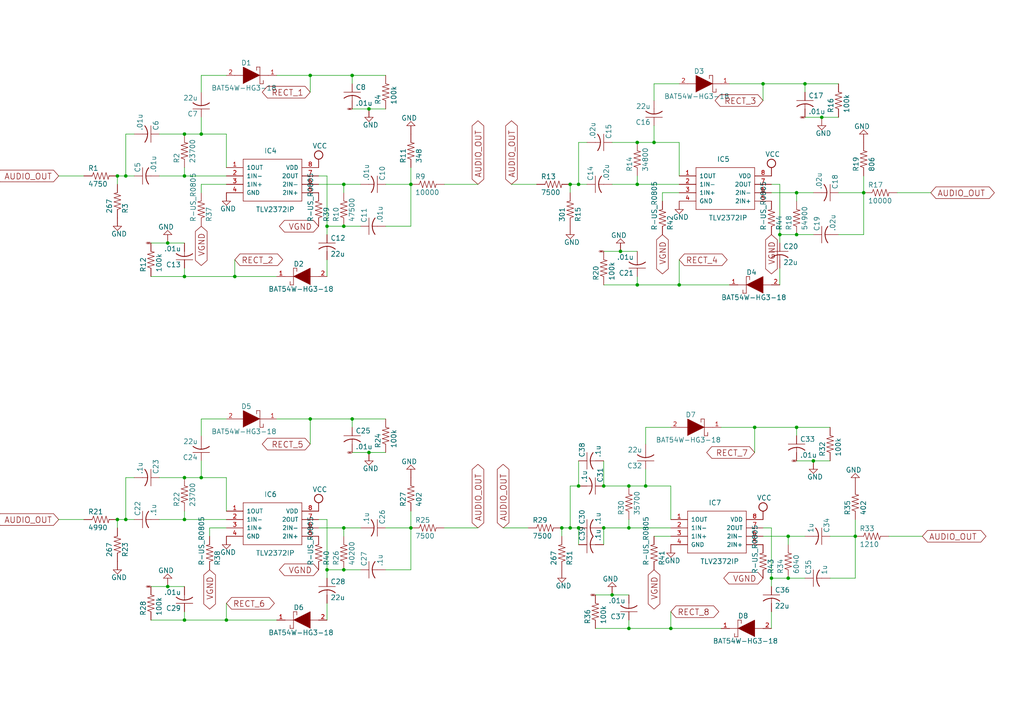
<source format=kicad_sch>
(kicad_sch (version 20211123) (generator eeschema)

  (uuid 37f31dec-63fc-4634-a141-5dc5d2b60fe4)

  (paper "User" 310.21 217.018)

  (lib_symbols
    (symbol "Graphic_Equalzier_Schematic-eagle-import:BAT54W-HG3-18" (pin_names (offset 1.016)) (in_bom yes) (on_board yes)
      (property "Reference" "D" (id 0) (at 12.7 8.89 0)
        (effects (font (size 1.4986 1.4986)) (justify left))
      )
      (property "Value" "BAT54W-HG3-18" (id 1) (at 12.7 6.35 0)
        (effects (font (size 1.4986 1.4986)) (justify left))
      )
      (property "Footprint" "" (id 2) (at 0 0 0)
        (effects (font (size 1.27 1.27)) hide)
      )
      (property "Datasheet" "" (id 3) (at 0 0 0)
        (effects (font (size 1.27 1.27)) hide)
      )
      (property "ki_locked" "" (id 4) (at 0 0 0)
        (effects (font (size 1.27 1.27)))
      )
      (symbol "BAT54W-HG3-18_1_0"
        (polyline
          (pts
            (xy 5.08 0)
            (xy 7.62 0)
          )
          (stroke (width 0) (type default) (color 0 0 0 0))
          (fill (type none))
        )
        (polyline
          (pts
            (xy 6.604 -1.524)
            (xy 6.604 -2.54)
          )
          (stroke (width 0) (type default) (color 0 0 0 0))
          (fill (type none))
        )
        (polyline
          (pts
            (xy 7.62 -2.54)
            (xy 6.604 -2.54)
          )
          (stroke (width 0) (type default) (color 0 0 0 0))
          (fill (type none))
        )
        (polyline
          (pts
            (xy 7.62 2.54)
            (xy 7.62 -2.54)
          )
          (stroke (width 0) (type default) (color 0 0 0 0))
          (fill (type none))
        )
        (polyline
          (pts
            (xy 7.62 2.54)
            (xy 8.636 2.54)
          )
          (stroke (width 0) (type default) (color 0 0 0 0))
          (fill (type none))
        )
        (polyline
          (pts
            (xy 8.636 1.524)
            (xy 8.636 2.54)
          )
          (stroke (width 0) (type default) (color 0 0 0 0))
          (fill (type none))
        )
        (polyline
          (pts
            (xy 12.7 0)
            (xy 15.24 0)
          )
          (stroke (width 0) (type default) (color 0 0 0 0))
          (fill (type none))
        )
        (polyline
          (pts
            (xy 7.62 0)
            (xy 12.7 2.54)
            (xy 12.7 -2.54)
          )
          (stroke (width 0) (type default) (color 0 0 0 0))
          (fill (type outline))
        )
        (pin bidirectional line (at 2.54 0 0) (length 2.54)
          (name "K" (effects (font (size 0 0))))
          (number "1" (effects (font (size 1.27 1.27))))
        )
        (pin bidirectional line (at 17.78 0 180) (length 2.54)
          (name "A" (effects (font (size 0 0))))
          (number "2" (effects (font (size 1.27 1.27))))
        )
      )
    )
    (symbol "Graphic_Equalzier_Schematic-eagle-import:C-USC0805" (pin_names (offset 1.016)) (in_bom yes) (on_board yes)
      (property "Reference" "C" (id 0) (at 1.016 0.635 0)
        (effects (font (size 1.4986 1.4986)) (justify left bottom))
      )
      (property "Value" "C-USC0805" (id 1) (at 1.016 -4.191 0)
        (effects (font (size 1.4986 1.4986)) (justify left bottom))
      )
      (property "Footprint" "" (id 2) (at 0 0 0)
        (effects (font (size 1.27 1.27)) hide)
      )
      (property "Datasheet" "" (id 3) (at 0 0 0)
        (effects (font (size 1.27 1.27)) hide)
      )
      (property "ki_locked" "" (id 4) (at 0 0 0)
        (effects (font (size 1.27 1.27)))
      )
      (symbol "C-USC0805_1_0"
        (arc (start 0 -1.016) (mid -1.2939 -1.2289) (end -2.4638 -1.8288)
          (stroke (width 0.254) (type default) (color 0 0 0 0))
          (fill (type none))
        )
        (polyline
          (pts
            (xy -2.54 0)
            (xy 2.54 0)
          )
          (stroke (width 0) (type default) (color 0 0 0 0))
          (fill (type none))
        )
        (polyline
          (pts
            (xy 0 -1.016)
            (xy 0 -2.54)
          )
          (stroke (width 0) (type default) (color 0 0 0 0))
          (fill (type none))
        )
        (arc (start 2.4892 -1.8542) (mid 1.3167 -1.2157) (end 0 -0.9906)
          (stroke (width 0.254) (type default) (color 0 0 0 0))
          (fill (type none))
        )
        (pin passive line (at 0 2.54 270) (length 2.54)
          (name "1" (effects (font (size 0 0))))
          (number "1" (effects (font (size 0 0))))
        )
        (pin passive line (at 0 -5.08 90) (length 2.54)
          (name "2" (effects (font (size 0 0))))
          (number "2" (effects (font (size 0 0))))
        )
      )
    )
    (symbol "Graphic_Equalzier_Schematic-eagle-import:GND" (power) (pin_names (offset 1.016)) (in_bom yes) (on_board yes)
      (property "Reference" "#SUPPLY" (id 0) (at 0 0 0)
        (effects (font (size 1.27 1.27)) hide)
      )
      (property "Value" "GND" (id 1) (at -1.905 -3.175 0)
        (effects (font (size 1.4986 1.4986)) (justify left bottom))
      )
      (property "Footprint" "" (id 2) (at 0 0 0)
        (effects (font (size 1.27 1.27)) hide)
      )
      (property "Datasheet" "" (id 3) (at 0 0 0)
        (effects (font (size 1.27 1.27)) hide)
      )
      (property "ki_locked" "" (id 4) (at 0 0 0)
        (effects (font (size 1.27 1.27)))
      )
      (symbol "GND_1_0"
        (polyline
          (pts
            (xy -1.27 0)
            (xy 1.27 0)
          )
          (stroke (width 0) (type default) (color 0 0 0 0))
          (fill (type none))
        )
        (polyline
          (pts
            (xy 0 -1.27)
            (xy -1.27 0)
          )
          (stroke (width 0) (type default) (color 0 0 0 0))
          (fill (type none))
        )
        (polyline
          (pts
            (xy 1.27 0)
            (xy 0 -1.27)
          )
          (stroke (width 0) (type default) (color 0 0 0 0))
          (fill (type none))
        )
        (pin power_in line (at 0 2.54 270) (length 2.54)
          (name "GND" (effects (font (size 0 0))))
          (number "1" (effects (font (size 0 0))))
        )
      )
    )
    (symbol "Graphic_Equalzier_Schematic-eagle-import:R-US_R0805" (pin_names (offset 1.016)) (in_bom yes) (on_board yes)
      (property "Reference" "R" (id 0) (at -3.81 1.4986 0)
        (effects (font (size 1.4986 1.4986)) (justify left bottom))
      )
      (property "Value" "R-US_R0805" (id 1) (at -3.81 -3.302 0)
        (effects (font (size 1.4986 1.4986)) (justify left bottom))
      )
      (property "Footprint" "" (id 2) (at 0 0 0)
        (effects (font (size 1.27 1.27)) hide)
      )
      (property "Datasheet" "" (id 3) (at 0 0 0)
        (effects (font (size 1.27 1.27)) hide)
      )
      (property "ki_locked" "" (id 4) (at 0 0 0)
        (effects (font (size 1.27 1.27)))
      )
      (symbol "R-US_R0805_1_0"
        (polyline
          (pts
            (xy -2.54 0)
            (xy -2.159 1.016)
          )
          (stroke (width 0) (type default) (color 0 0 0 0))
          (fill (type none))
        )
        (polyline
          (pts
            (xy -2.159 1.016)
            (xy -1.524 -1.016)
          )
          (stroke (width 0) (type default) (color 0 0 0 0))
          (fill (type none))
        )
        (polyline
          (pts
            (xy -1.524 -1.016)
            (xy -0.889 1.016)
          )
          (stroke (width 0) (type default) (color 0 0 0 0))
          (fill (type none))
        )
        (polyline
          (pts
            (xy -0.889 1.016)
            (xy -0.254 -1.016)
          )
          (stroke (width 0) (type default) (color 0 0 0 0))
          (fill (type none))
        )
        (polyline
          (pts
            (xy -0.254 -1.016)
            (xy 0.381 1.016)
          )
          (stroke (width 0) (type default) (color 0 0 0 0))
          (fill (type none))
        )
        (polyline
          (pts
            (xy 0.381 1.016)
            (xy 1.016 -1.016)
          )
          (stroke (width 0) (type default) (color 0 0 0 0))
          (fill (type none))
        )
        (polyline
          (pts
            (xy 1.016 -1.016)
            (xy 1.651 1.016)
          )
          (stroke (width 0) (type default) (color 0 0 0 0))
          (fill (type none))
        )
        (polyline
          (pts
            (xy 1.651 1.016)
            (xy 2.286 -1.016)
          )
          (stroke (width 0) (type default) (color 0 0 0 0))
          (fill (type none))
        )
        (polyline
          (pts
            (xy 2.286 -1.016)
            (xy 2.54 0)
          )
          (stroke (width 0) (type default) (color 0 0 0 0))
          (fill (type none))
        )
        (pin passive line (at -5.08 0 0) (length 2.54)
          (name "1" (effects (font (size 0 0))))
          (number "1" (effects (font (size 0 0))))
        )
        (pin passive line (at 5.08 0 180) (length 2.54)
          (name "2" (effects (font (size 0 0))))
          (number "2" (effects (font (size 0 0))))
        )
      )
    )
    (symbol "Graphic_Equalzier_Schematic-eagle-import:TLV2372IP" (pin_names (offset 1.016)) (in_bom yes) (on_board yes)
      (property "Reference" "IC" (id 0) (at 24.13 7.62 0)
        (effects (font (size 1.4986 1.4986)) (justify left))
      )
      (property "Value" "TLV2372IP" (id 1) (at 24.13 5.08 0)
        (effects (font (size 1.4986 1.4986)) (justify left))
      )
      (property "Footprint" "" (id 2) (at 0 0 0)
        (effects (font (size 1.27 1.27)) hide)
      )
      (property "Datasheet" "" (id 3) (at 0 0 0)
        (effects (font (size 1.27 1.27)) hide)
      )
      (property "ki_locked" "" (id 4) (at 0 0 0)
        (effects (font (size 1.27 1.27)))
      )
      (symbol "TLV2372IP_1_0"
        (polyline
          (pts
            (xy 5.08 2.54)
            (xy 5.08 -10.16)
          )
          (stroke (width 0) (type default) (color 0 0 0 0))
          (fill (type none))
        )
        (polyline
          (pts
            (xy 5.08 2.54)
            (xy 22.86 2.54)
          )
          (stroke (width 0) (type default) (color 0 0 0 0))
          (fill (type none))
        )
        (polyline
          (pts
            (xy 22.86 -10.16)
            (xy 5.08 -10.16)
          )
          (stroke (width 0) (type default) (color 0 0 0 0))
          (fill (type none))
        )
        (polyline
          (pts
            (xy 22.86 -10.16)
            (xy 22.86 2.54)
          )
          (stroke (width 0) (type default) (color 0 0 0 0))
          (fill (type none))
        )
        (pin bidirectional line (at 0 0 0) (length 5.08)
          (name "1OUT" (effects (font (size 1.27 1.27))))
          (number "1" (effects (font (size 1.27 1.27))))
        )
        (pin bidirectional line (at 0 -2.54 0) (length 5.08)
          (name "1IN-" (effects (font (size 1.27 1.27))))
          (number "2" (effects (font (size 1.27 1.27))))
        )
        (pin bidirectional line (at 0 -5.08 0) (length 5.08)
          (name "1IN+" (effects (font (size 1.27 1.27))))
          (number "3" (effects (font (size 1.27 1.27))))
        )
        (pin bidirectional line (at 0 -7.62 0) (length 5.08)
          (name "GND" (effects (font (size 1.27 1.27))))
          (number "4" (effects (font (size 1.27 1.27))))
        )
        (pin bidirectional line (at 27.94 -7.62 180) (length 5.08)
          (name "2IN+" (effects (font (size 1.27 1.27))))
          (number "5" (effects (font (size 1.27 1.27))))
        )
        (pin bidirectional line (at 27.94 -5.08 180) (length 5.08)
          (name "2IN-" (effects (font (size 1.27 1.27))))
          (number "6" (effects (font (size 1.27 1.27))))
        )
        (pin bidirectional line (at 27.94 -2.54 180) (length 5.08)
          (name "2OUT" (effects (font (size 1.27 1.27))))
          (number "7" (effects (font (size 1.27 1.27))))
        )
        (pin bidirectional line (at 27.94 0 180) (length 5.08)
          (name "VDD" (effects (font (size 1.27 1.27))))
          (number "8" (effects (font (size 1.27 1.27))))
        )
      )
    )
    (symbol "Graphic_Equalzier_Schematic-eagle-import:VCC" (power) (pin_names (offset 1.016)) (in_bom yes) (on_board yes)
      (property "Reference" "#SUPPLY" (id 0) (at 0 0 0)
        (effects (font (size 1.27 1.27)) hide)
      )
      (property "Value" "VCC" (id 1) (at -1.905 3.175 0)
        (effects (font (size 1.4986 1.4986)) (justify left bottom))
      )
      (property "Footprint" "" (id 2) (at 0 0 0)
        (effects (font (size 1.27 1.27)) hide)
      )
      (property "Datasheet" "" (id 3) (at 0 0 0)
        (effects (font (size 1.27 1.27)) hide)
      )
      (property "ki_locked" "" (id 4) (at 0 0 0)
        (effects (font (size 1.27 1.27)))
      )
      (symbol "VCC_1_0"
        (circle (center 0 1.27) (radius 1.27)
          (stroke (width 0.254) (type default) (color 0 0 0 0))
          (fill (type none))
        )
        (pin power_in line (at 0 -2.54 90) (length 2.54)
          (name "VCC" (effects (font (size 0 0))))
          (number "1" (effects (font (size 0 0))))
        )
      )
    )
  )

  (junction (at 175.26 55.88) (diameter 0) (color 0 0 0 0)
    (uuid 009b5465-0a65-4237-93e7-eb65321eeb18)
  )
  (junction (at 190.5 190.5) (diameter 0) (color 0 0 0 0)
    (uuid 04cf2f2c-74bf-400d-b4f6-201720df00ed)
  )
  (junction (at 55.88 187.96) (diameter 0) (color 0 0 0 0)
    (uuid 0a1a4d88-972a-46ce-b25e-6cb796bd41f7)
  )
  (junction (at 93.98 127) (diameter 0) (color 0 0 0 0)
    (uuid 0fd35a3e-b394-4aae-875a-fac843f9cbb7)
  )
  (junction (at 71.12 83.82) (diameter 0) (color 0 0 0 0)
    (uuid 143ed874-a01f-4ced-ba4e-bbb66ddd1f70)
  )
  (junction (at 261.62 58.42) (diameter 0) (color 0 0 0 0)
    (uuid 16121028-bdf5-49c0-aae7-e28fe5bfa771)
  )
  (junction (at 236.22 71.12) (diameter 0) (color 0 0 0 0)
    (uuid 196a8dd5-5fd6-4c7f-ae4a-0104bd82e61b)
  )
  (junction (at 203.2 190.5) (diameter 0) (color 0 0 0 0)
    (uuid 1bdd5841-68b7-42e2-9447-cbdb608d8a08)
  )
  (junction (at 259.08 162.56) (diameter 0) (color 0 0 0 0)
    (uuid 2035ea48-3ef5-4d7f-8c3c-50981b30c89a)
  )
  (junction (at 172.72 55.88) (diameter 0) (color 0 0 0 0)
    (uuid 221bef83-3ea7-4d3f-adeb-53a8a07c6273)
  )
  (junction (at 190.5 160.02) (diameter 0) (color 0 0 0 0)
    (uuid 22bb6c80-05a9-4d89-98b0-f4c23fe6c1ce)
  )
  (junction (at 38.1 157.48) (diameter 0) (color 0 0 0 0)
    (uuid 28e37b45-f843-47c2-85c9-ca19f5430ece)
  )
  (junction (at 124.46 160.02) (diameter 0) (color 0 0 0 0)
    (uuid 30317bf0-88bb-49e7-bf8b-9f3883982225)
  )
  (junction (at 246.38 139.7) (diameter 0) (color 0 0 0 0)
    (uuid 31540a7e-dc9e-4e4d-96b1-dab15efa5f4b)
  )
  (junction (at 175.26 160.02) (diameter 0) (color 0 0 0 0)
    (uuid 34ce7009-187e-4541-a14e-708b3a2903d9)
  )
  (junction (at 106.68 22.86) (diameter 0) (color 0 0 0 0)
    (uuid 37b6c6d6-3e12-4736-912a-ea6e2bf06721)
  )
  (junction (at 104.14 55.88) (diameter 0) (color 0 0 0 0)
    (uuid 38a501e2-0ee8-439d-bd02-e9e90e7503e9)
  )
  (junction (at 170.18 160.02) (diameter 0) (color 0 0 0 0)
    (uuid 3f8a5430-68a9-4732-9b89-4e00dd8ae219)
  )
  (junction (at 172.72 160.02) (diameter 0) (color 0 0 0 0)
    (uuid 42ff012d-5eb7-42b9-bb45-415cf26799c6)
  )
  (junction (at 193.04 43.18) (diameter 0) (color 0 0 0 0)
    (uuid 479331ff-c540-41f4-84e6-b48d65171e59)
  )
  (junction (at 55.88 53.34) (diameter 0) (color 0 0 0 0)
    (uuid 4b03e854-02fe-44cc-bece-f8268b7cae54)
  )
  (junction (at 55.88 144.78) (diameter 0) (color 0 0 0 0)
    (uuid 4d4fecdd-be4a-47e9-9085-2268d5852d8f)
  )
  (junction (at 233.68 175.26) (diameter 0) (color 0 0 0 0)
    (uuid 5701b80f-f006-4814-81c9-0c7f006088a9)
  )
  (junction (at 111.76 137.16) (diameter 0) (color 0 0 0 0)
    (uuid 5fc9acb6-6dbb-4598-825b-4b9e7c4c67c4)
  )
  (junction (at 50.8 73.66) (diameter 0) (color 0 0 0 0)
    (uuid 609b9e1b-4e3b-42b7-ac76-a62ec4d0e7c7)
  )
  (junction (at 182.88 160.02) (diameter 0) (color 0 0 0 0)
    (uuid 637e9edf-ffed-49a2-8408-fa110c9a4c79)
  )
  (junction (at 190.5 147.32) (diameter 0) (color 0 0 0 0)
    (uuid 66ca01b3-51ff-4294-9b77-4492e98f6aec)
  )
  (junction (at 104.14 68.58) (diameter 0) (color 0 0 0 0)
    (uuid 699feae1-8cdd-4d2b-947f-f24849c73cdb)
  )
  (junction (at 185.42 180.34) (diameter 0) (color 0 0 0 0)
    (uuid 6b7c1048-12b6-46b2-b762-fa3ad30472dd)
  )
  (junction (at 182.88 147.32) (diameter 0) (color 0 0 0 0)
    (uuid 6ff9bb63-d6fd-4e32-bb60-7ac65509c2e9)
  )
  (junction (at 99.06 172.72) (diameter 0) (color 0 0 0 0)
    (uuid 6ffdf05e-e119-49f9-85e9-13e4901df42a)
  )
  (junction (at 55.88 83.82) (diameter 0) (color 0 0 0 0)
    (uuid 71f92193-19b0-44ed-bc7f-77535083d769)
  )
  (junction (at 205.74 86.36) (diameter 0) (color 0 0 0 0)
    (uuid 79770cd5-32d7-429a-8248-0d9e6212231a)
  )
  (junction (at 228.6 129.54) (diameter 0) (color 0 0 0 0)
    (uuid 7d3200f3-1d13-4f29-9238-5767988c515f)
  )
  (junction (at 195.58 147.32) (diameter 0) (color 0 0 0 0)
    (uuid 7d76d925-f900-42af-a03f-bb32d2381b09)
  )
  (junction (at 38.1 53.34) (diameter 0) (color 0 0 0 0)
    (uuid 8195a7cf-4576-44dd-9e0e-ee048fdb93dd)
  )
  (junction (at 60.96 144.78) (diameter 0) (color 0 0 0 0)
    (uuid 8458d41c-5d62-455d-b6e1-9f718c0faac9)
  )
  (junction (at 93.98 22.86) (diameter 0) (color 0 0 0 0)
    (uuid 86dc7a78-7d51-4111-9eea-8a8f7977eb16)
  )
  (junction (at 35.56 157.48) (diameter 0) (color 0 0 0 0)
    (uuid 88610282-a92d-4c3d-917a-ea95d59e0759)
  )
  (junction (at 241.3 129.54) (diameter 0) (color 0 0 0 0)
    (uuid 8cd050d6-228c-4da0-9533-b4f8d14cfb34)
  )
  (junction (at 243.84 25.4) (diameter 0) (color 0 0 0 0)
    (uuid 9186dae5-6dc3-4744-9f90-e697559c6ac8)
  )
  (junction (at 238.76 175.26) (diameter 0) (color 0 0 0 0)
    (uuid 9b6bb172-1ac4-440a-ac75-c1917d9d59c7)
  )
  (junction (at 248.92 35.56) (diameter 0) (color 0 0 0 0)
    (uuid a24ddb4f-c217-42ca-b6cb-d12da84fb2b9)
  )
  (junction (at 106.68 127) (diameter 0) (color 0 0 0 0)
    (uuid a8b4bc7e-da32-4fb8-b71a-d7b47c6f741f)
  )
  (junction (at 238.76 162.56) (diameter 0) (color 0 0 0 0)
    (uuid b287f145-851e-45cc-b200-e62677b551d5)
  )
  (junction (at 187.96 76.2) (diameter 0) (color 0 0 0 0)
    (uuid b6135480-ace6-42b2-9c47-856ef57cded1)
  )
  (junction (at 104.14 172.72) (diameter 0) (color 0 0 0 0)
    (uuid c4cab9c5-d6e5-4660-b910-603a51b56783)
  )
  (junction (at 241.3 71.12) (diameter 0) (color 0 0 0 0)
    (uuid c514e30c-e48e-4ca5-ab44-8b3afedef1f2)
  )
  (junction (at 68.58 187.96) (diameter 0) (color 0 0 0 0)
    (uuid c9b9e62d-dede-4d1a-9a05-275614f8bdb2)
  )
  (junction (at 198.12 43.18) (diameter 0) (color 0 0 0 0)
    (uuid cc15f583-a41b-43af-ba94-a75455506a96)
  )
  (junction (at 241.3 58.42) (diameter 0) (color 0 0 0 0)
    (uuid ce72ea62-9343-4a4f-81bf-8ac601f5d005)
  )
  (junction (at 111.76 33.02) (diameter 0) (color 0 0 0 0)
    (uuid cf386a39-fc62-49dd-8ec5-e044f6bd67ce)
  )
  (junction (at 60.96 40.64) (diameter 0) (color 0 0 0 0)
    (uuid d21cc5e4-177a-4e1d-a8d5-060ed33e5b8e)
  )
  (junction (at 99.06 68.58) (diameter 0) (color 0 0 0 0)
    (uuid d88958ac-68cd-4955-a63f-0eaa329dec86)
  )
  (junction (at 55.88 157.48) (diameter 0) (color 0 0 0 0)
    (uuid dae72997-44fc-4275-b36f-cd70bf46cfba)
  )
  (junction (at 193.04 86.36) (diameter 0) (color 0 0 0 0)
    (uuid e4e20505-1208-4100-a4aa-676f50844c06)
  )
  (junction (at 50.8 177.8) (diameter 0) (color 0 0 0 0)
    (uuid e502d1d5-04b0-4d4b-b5c3-8c52d09668e7)
  )
  (junction (at 193.04 55.88) (diameter 0) (color 0 0 0 0)
    (uuid e7369115-d491-4ef3-be3d-f5298992c3e8)
  )
  (junction (at 35.56 53.34) (diameter 0) (color 0 0 0 0)
    (uuid e7bb7815-0d52-4bb8-b29a-8cf960bd2905)
  )
  (junction (at 231.14 25.4) (diameter 0) (color 0 0 0 0)
    (uuid f1a9fb80-4cc4-410f-9616-e19c969dcab5)
  )
  (junction (at 175.26 147.32) (diameter 0) (color 0 0 0 0)
    (uuid f674b8e7-203d-419e-988a-58e0f9ae4fad)
  )
  (junction (at 104.14 160.02) (diameter 0) (color 0 0 0 0)
    (uuid faa1812c-fdf3-47ae-9cf4-ae06a263bfbd)
  )
  (junction (at 124.46 55.88) (diameter 0) (color 0 0 0 0)
    (uuid fbe8ebfc-2a8e-4eb8-85c5-38ddeaa5dd00)
  )
  (junction (at 55.88 40.64) (diameter 0) (color 0 0 0 0)
    (uuid fef37e8b-0ff0-4da2-8a57-acaf19551d1a)
  )

  (wire (pts (xy 111.76 33.02) (xy 116.84 33.02))
    (stroke (width 0) (type default) (color 0 0 0 0))
    (uuid 009a4fb4-fcc0-4623-ae5d-c1bae3219583)
  )
  (wire (pts (xy 109.22 55.88) (xy 104.14 55.88))
    (stroke (width 0) (type default) (color 0 0 0 0))
    (uuid 00e38d63-5436-49db-81f5-697421f168fc)
  )
  (wire (pts (xy 172.72 55.88) (xy 172.72 58.42))
    (stroke (width 0) (type default) (color 0 0 0 0))
    (uuid 00f3ea8b-8a54-4e56-84ff-d98f6c00496c)
  )
  (wire (pts (xy 195.58 142.24) (xy 195.58 147.32))
    (stroke (width 0) (type default) (color 0 0 0 0))
    (uuid 011ee658-718d-416a-85fd-961729cd1ee5)
  )
  (wire (pts (xy 25.4 53.34) (xy 17.78 53.34))
    (stroke (width 0) (type default) (color 0 0 0 0))
    (uuid 026ac84e-b8b2-4dd2-b675-8323c24fd778)
  )
  (wire (pts (xy 175.26 55.88) (xy 177.8 55.88))
    (stroke (width 0) (type default) (color 0 0 0 0))
    (uuid 0520f61d-4522-4301-a3fa-8ed0bf060f69)
  )
  (wire (pts (xy 220.98 86.36) (xy 205.74 86.36))
    (stroke (width 0) (type default) (color 0 0 0 0))
    (uuid 076046ab-4b56-4060-b8d9-0d80806d0277)
  )
  (wire (pts (xy 134.62 160.02) (xy 144.78 160.02))
    (stroke (width 0) (type default) (color 0 0 0 0))
    (uuid 088f77ba-fca9-42b3-876e-a6937267f957)
  )
  (wire (pts (xy 38.1 40.64) (xy 38.1 53.34))
    (stroke (width 0) (type default) (color 0 0 0 0))
    (uuid 0ae82096-0994-4fb0-9a2a-d4ac4804abac)
  )
  (wire (pts (xy 185.42 180.34) (xy 190.5 180.34))
    (stroke (width 0) (type default) (color 0 0 0 0))
    (uuid 0cc45b5b-96b3-4284-9cae-a3a9e324a916)
  )
  (wire (pts (xy 104.14 55.88) (xy 96.52 55.88))
    (stroke (width 0) (type default) (color 0 0 0 0))
    (uuid 0f0f7bb5-ade7-4a81-82b4-43be6a8ad05c)
  )
  (wire (pts (xy 55.88 53.34) (xy 68.58 53.34))
    (stroke (width 0) (type default) (color 0 0 0 0))
    (uuid 0f324b67-75ef-407f-8dbc-3c1fc5c2abba)
  )
  (wire (pts (xy 63.5 160.02) (xy 63.5 162.56))
    (stroke (width 0) (type default) (color 0 0 0 0))
    (uuid 0fafc6b9-fd35-4a55-9270-7a8e7ce3cb13)
  )
  (wire (pts (xy 40.64 40.64) (xy 38.1 40.64))
    (stroke (width 0) (type default) (color 0 0 0 0))
    (uuid 0fdc6f30-77bc-4e9b-8665-c8aa9acf5bf9)
  )
  (wire (pts (xy 246.38 139.7) (xy 251.46 139.7))
    (stroke (width 0) (type default) (color 0 0 0 0))
    (uuid 109caac1-5036-4f23-9a66-f569d871501b)
  )
  (wire (pts (xy 205.74 86.36) (xy 193.04 86.36))
    (stroke (width 0) (type default) (color 0 0 0 0))
    (uuid 1171ce37-6ad7-4662-bb68-5592c945ebf3)
  )
  (wire (pts (xy 205.74 25.4) (xy 198.12 25.4))
    (stroke (width 0) (type default) (color 0 0 0 0))
    (uuid 1199146e-a60b-416a-b503-e77d6d2892f9)
  )
  (wire (pts (xy 116.84 68.58) (xy 124.46 68.58))
    (stroke (width 0) (type default) (color 0 0 0 0))
    (uuid 155b0b7c-70b4-4a26-a550-bac13cab0aa4)
  )
  (wire (pts (xy 38.1 144.78) (xy 38.1 157.48))
    (stroke (width 0) (type default) (color 0 0 0 0))
    (uuid 180245d9-4a3f-4d1b-adcc-b4eafac722e0)
  )
  (wire (pts (xy 241.3 139.7) (xy 246.38 139.7))
    (stroke (width 0) (type default) (color 0 0 0 0))
    (uuid 19b0959e-a79b-43b2-a5ad-525ced7e9131)
  )
  (wire (pts (xy 175.26 139.7) (xy 175.26 147.32))
    (stroke (width 0) (type default) (color 0 0 0 0))
    (uuid 1a22eb2d-f625-4371-a918-ff1b97dc8219)
  )
  (wire (pts (xy 228.6 129.54) (xy 241.3 129.54))
    (stroke (width 0) (type default) (color 0 0 0 0))
    (uuid 1bd80cf9-f42a-4aee-a408-9dbf4e81e625)
  )
  (wire (pts (xy 55.88 50.8) (xy 55.88 53.34))
    (stroke (width 0) (type default) (color 0 0 0 0))
    (uuid 1c68b844-c861-46b7-b734-0242168a4220)
  )
  (wire (pts (xy 99.06 157.48) (xy 99.06 172.72))
    (stroke (width 0) (type default) (color 0 0 0 0))
    (uuid 1f9ae101-c652-4998-a503-17aedf3d5746)
  )
  (wire (pts (xy 124.46 50.8) (xy 124.46 55.88))
    (stroke (width 0) (type default) (color 0 0 0 0))
    (uuid 1fa508ef-df83-4c99-846b-9acf535b3ad9)
  )
  (wire (pts (xy 60.96 35.56) (xy 60.96 40.64))
    (stroke (width 0) (type default) (color 0 0 0 0))
    (uuid 224768bc-6009-43ba-aa4a-70cbaa15b5a3)
  )
  (wire (pts (xy 236.22 71.12) (xy 241.3 71.12))
    (stroke (width 0) (type default) (color 0 0 0 0))
    (uuid 2454fd1b-3484-4838-8b7e-d26357238fe1)
  )
  (wire (pts (xy 182.88 165.1) (xy 182.88 160.02))
    (stroke (width 0) (type default) (color 0 0 0 0))
    (uuid 25c663ff-96b6-4263-a06e-d1829409cf73)
  )
  (wire (pts (xy 248.92 35.56) (xy 254 35.56))
    (stroke (width 0) (type default) (color 0 0 0 0))
    (uuid 25e5aa8e-2696-44a3-8d3c-c2c53f2923cf)
  )
  (wire (pts (xy 162.56 55.88) (xy 154.94 55.88))
    (stroke (width 0) (type default) (color 0 0 0 0))
    (uuid 26801cfb-b53b-4a6a-a2f4-5f4986565765)
  )
  (wire (pts (xy 68.58 160.02) (xy 63.5 160.02))
    (stroke (width 0) (type default) (color 0 0 0 0))
    (uuid 27b2eb82-662b-42d8-90e6-830fec4bb8d2)
  )
  (wire (pts (xy 190.5 190.5) (xy 190.5 187.96))
    (stroke (width 0) (type default) (color 0 0 0 0))
    (uuid 2878a73c-5447-4cd9-8194-14f52ab9459c)
  )
  (wire (pts (xy 55.88 83.82) (xy 55.88 81.28))
    (stroke (width 0) (type default) (color 0 0 0 0))
    (uuid 2891767f-251c-48c4-91c0-deb1b368f45c)
  )
  (wire (pts (xy 55.88 187.96) (xy 45.72 187.96))
    (stroke (width 0) (type default) (color 0 0 0 0))
    (uuid 29bb7297-26fb-4776-9266-2355d022bab0)
  )
  (wire (pts (xy 190.5 160.02) (xy 203.2 160.02))
    (stroke (width 0) (type default) (color 0 0 0 0))
    (uuid 2db910a0-b943-40b4-b81f-068ba5265f56)
  )
  (wire (pts (xy 251.46 175.26) (xy 259.08 175.26))
    (stroke (width 0) (type default) (color 0 0 0 0))
    (uuid 2e90e294-82e1-45da-9bf1-b91dfe0dc8f6)
  )
  (wire (pts (xy 25.4 157.48) (xy 17.78 157.48))
    (stroke (width 0) (type default) (color 0 0 0 0))
    (uuid 2eea20e6-112c-411a-b615-885ae773135a)
  )
  (wire (pts (xy 175.26 147.32) (xy 172.72 147.32))
    (stroke (width 0) (type default) (color 0 0 0 0))
    (uuid 30c33e3e-fb78-498d-bffe-76273d527004)
  )
  (wire (pts (xy 60.96 139.7) (xy 60.96 144.78))
    (stroke (width 0) (type default) (color 0 0 0 0))
    (uuid 3326423d-8df7-4a7e-a354-349430b8fbd7)
  )
  (wire (pts (xy 106.68 25.4) (xy 106.68 22.86))
    (stroke (width 0) (type default) (color 0 0 0 0))
    (uuid 34d03349-6d78-4165-a683-2d8b76f2bae8)
  )
  (wire (pts (xy 68.58 187.96) (xy 68.58 182.88))
    (stroke (width 0) (type default) (color 0 0 0 0))
    (uuid 36d783e7-096f-4c97-9672-7e08c083b87b)
  )
  (wire (pts (xy 124.46 68.58) (xy 124.46 55.88))
    (stroke (width 0) (type default) (color 0 0 0 0))
    (uuid 399fc36a-ed5d-44b5-82f7-c6f83d9acc14)
  )
  (wire (pts (xy 233.68 160.02) (xy 233.68 175.26))
    (stroke (width 0) (type default) (color 0 0 0 0))
    (uuid 3b686d17-1000-4762-ba31-589d599a3edf)
  )
  (wire (pts (xy 55.88 157.48) (xy 68.58 157.48))
    (stroke (width 0) (type default) (color 0 0 0 0))
    (uuid 3c5e5ea9-793d-46e3-86bc-5884c4490dc7)
  )
  (wire (pts (xy 124.46 172.72) (xy 124.46 160.02))
    (stroke (width 0) (type default) (color 0 0 0 0))
    (uuid 3e915099-a18e-49f4-89bb-abe64c2dade5)
  )
  (wire (pts (xy 231.14 25.4) (xy 231.14 30.48))
    (stroke (width 0) (type default) (color 0 0 0 0))
    (uuid 3f43d730-2a73-49fe-9672-32428e7f5b49)
  )
  (wire (pts (xy 38.1 53.34) (xy 40.64 53.34))
    (stroke (width 0) (type default) (color 0 0 0 0))
    (uuid 4107d40a-e5df-4255-aacc-13f9928e090c)
  )
  (wire (pts (xy 172.72 55.88) (xy 175.26 55.88))
    (stroke (width 0) (type default) (color 0 0 0 0))
    (uuid 411d4270-c66c-4318-b7fb-1470d34862b8)
  )
  (wire (pts (xy 93.98 127) (xy 93.98 134.62))
    (stroke (width 0) (type default) (color 0 0 0 0))
    (uuid 4185c36c-c66e-4dbd-be5d-841e551f4885)
  )
  (wire (pts (xy 193.04 86.36) (xy 193.04 83.82))
    (stroke (width 0) (type default) (color 0 0 0 0))
    (uuid 43707e99-bdd7-4b02-9974-540ed6c2b0aa)
  )
  (wire (pts (xy 190.5 190.5) (xy 180.34 190.5))
    (stroke (width 0) (type default) (color 0 0 0 0))
    (uuid 44646447-0a8e-4aec-a74e-22bf765d0f33)
  )
  (wire (pts (xy 236.22 73.66) (xy 236.22 71.12))
    (stroke (width 0) (type default) (color 0 0 0 0))
    (uuid 45884597-7014-4461-83ee-9975c42b9a53)
  )
  (wire (pts (xy 205.74 43.18) (xy 205.74 53.34))
    (stroke (width 0) (type default) (color 0 0 0 0))
    (uuid 477892a1-722e-4cda-bb6c-fcdb8ba5f93e)
  )
  (wire (pts (xy 193.04 55.88) (xy 205.74 55.88))
    (stroke (width 0) (type default) (color 0 0 0 0))
    (uuid 4ba06b66-7669-4c70-b585-f5d4c9c33527)
  )
  (wire (pts (xy 99.06 182.88) (xy 99.06 187.96))
    (stroke (width 0) (type default) (color 0 0 0 0))
    (uuid 4c843bdb-6c9e-40dd-85e2-0567846e18ba)
  )
  (wire (pts (xy 198.12 43.18) (xy 205.74 43.18))
    (stroke (width 0) (type default) (color 0 0 0 0))
    (uuid 4d586a18-26c5-441e-a9ff-8125ee516126)
  )
  (wire (pts (xy 254 71.12) (xy 261.62 71.12))
    (stroke (width 0) (type default) (color 0 0 0 0))
    (uuid 4db55cb8-197b-4402-871f-ce582b65664b)
  )
  (wire (pts (xy 68.58 144.78) (xy 68.58 154.94))
    (stroke (width 0) (type default) (color 0 0 0 0))
    (uuid 4ec618ae-096f-4256-9328-005ee04f13d6)
  )
  (wire (pts (xy 124.46 55.88) (xy 116.84 55.88))
    (stroke (width 0) (type default) (color 0 0 0 0))
    (uuid 4f411f68-04bd-4175-a406-bcaa4cf6601e)
  )
  (wire (pts (xy 40.64 144.78) (xy 38.1 144.78))
    (stroke (width 0) (type default) (color 0 0 0 0))
    (uuid 54212c01-b363-47b8-a145-45c40df316f4)
  )
  (wire (pts (xy 190.5 147.32) (xy 182.88 147.32))
    (stroke (width 0) (type default) (color 0 0 0 0))
    (uuid 560d05a7-84e4-403a-80d1-f287a4032b8a)
  )
  (wire (pts (xy 241.3 129.54) (xy 251.46 129.54))
    (stroke (width 0) (type default) (color 0 0 0 0))
    (uuid 593b8647-0095-46cc-ba23-3cf2a86edb5e)
  )
  (wire (pts (xy 172.72 160.02) (xy 175.26 160.02))
    (stroke (width 0) (type default) (color 0 0 0 0))
    (uuid 5b0a5a46-7b51-4262-a80e-d33dd1806615)
  )
  (wire (pts (xy 99.06 172.72) (xy 104.14 172.72))
    (stroke (width 0) (type default) (color 0 0 0 0))
    (uuid 5c30b9b4-3014-4f50-9329-27a539b67e01)
  )
  (wire (pts (xy 68.58 55.88) (xy 60.96 55.88))
    (stroke (width 0) (type default) (color 0 0 0 0))
    (uuid 5d3d7893-1d11-4f1d-9052-85cf0e07d281)
  )
  (wire (pts (xy 55.88 144.78) (xy 48.26 144.78))
    (stroke (width 0) (type default) (color 0 0 0 0))
    (uuid 5d9921f1-08b3-4cc9-8cf7-e9a72ca2fdb7)
  )
  (wire (pts (xy 96.52 53.34) (xy 99.06 53.34))
    (stroke (width 0) (type default) (color 0 0 0 0))
    (uuid 5e6153e6-2c19-46de-9a8e-b310a2a07861)
  )
  (wire (pts (xy 241.3 132.08) (xy 241.3 129.54))
    (stroke (width 0) (type default) (color 0 0 0 0))
    (uuid 60aa0ce8-9d0e-48ca-bbf9-866403979e9b)
  )
  (wire (pts (xy 193.04 53.34) (xy 193.04 55.88))
    (stroke (width 0) (type default) (color 0 0 0 0))
    (uuid 60ff6322-62e2-4602-9bc0-7a0f0a5ecfbf)
  )
  (wire (pts (xy 99.06 68.58) (xy 104.14 68.58))
    (stroke (width 0) (type default) (color 0 0 0 0))
    (uuid 61fe4c73-be59-4519-98f1-a634322a841d)
  )
  (wire (pts (xy 233.68 185.42) (xy 233.68 190.5))
    (stroke (width 0) (type default) (color 0 0 0 0))
    (uuid 63c56ea4-91a3-4172-b9de-a4388cc8f894)
  )
  (wire (pts (xy 203.2 162.56) (xy 198.12 162.56))
    (stroke (width 0) (type default) (color 0 0 0 0))
    (uuid 66218487-e316-4467-9eba-79d4626ab24e)
  )
  (wire (pts (xy 233.68 177.8) (xy 233.68 175.26))
    (stroke (width 0) (type default) (color 0 0 0 0))
    (uuid 66bc2bca-dab7-4947-a0ff-403cdaf9fb89)
  )
  (wire (pts (xy 241.3 58.42) (xy 233.68 58.42))
    (stroke (width 0) (type default) (color 0 0 0 0))
    (uuid 6bd115d6-07e0-45db-8f2e-3cbb0429104f)
  )
  (wire (pts (xy 243.84 35.56) (xy 248.92 35.56))
    (stroke (width 0) (type default) (color 0 0 0 0))
    (uuid 6bf05d19-ba3e-4ba6-8a6f-4e0bc45ea3b2)
  )
  (wire (pts (xy 104.14 58.42) (xy 104.14 55.88))
    (stroke (width 0) (type default) (color 0 0 0 0))
    (uuid 70e4263f-d95a-4431-b3f3-cfc800c82056)
  )
  (wire (pts (xy 45.72 73.66) (xy 50.8 73.66))
    (stroke (width 0) (type default) (color 0 0 0 0))
    (uuid 70fb572d-d5ec-41e7-9482-63d4578b4f47)
  )
  (wire (pts (xy 93.98 127) (xy 106.68 127))
    (stroke (width 0) (type default) (color 0 0 0 0))
    (uuid 71c6e723-673c-45a9-a0e4-9742220c52a3)
  )
  (wire (pts (xy 203.2 147.32) (xy 203.2 157.48))
    (stroke (width 0) (type default) (color 0 0 0 0))
    (uuid 72508b1f-1505-46cb-9d37-2081c5a12aca)
  )
  (wire (pts (xy 83.82 187.96) (xy 68.58 187.96))
    (stroke (width 0) (type default) (color 0 0 0 0))
    (uuid 72b36951-3ec7-4569-9c88-cf9b4afe1cae)
  )
  (wire (pts (xy 60.96 40.64) (xy 68.58 40.64))
    (stroke (width 0) (type default) (color 0 0 0 0))
    (uuid 752417ee-7d0b-4ac8-a22c-26669881a2ab)
  )
  (wire (pts (xy 60.96 55.88) (xy 60.96 58.42))
    (stroke (width 0) (type default) (color 0 0 0 0))
    (uuid 79476267-290e-445f-995b-0afd0e11a4b5)
  )
  (wire (pts (xy 243.84 162.56) (xy 238.76 162.56))
    (stroke (width 0) (type default) (color 0 0 0 0))
    (uuid 7a2f50f6-0c99-4e8d-9c2a-8f2f961d2e6d)
  )
  (wire (pts (xy 195.58 134.62) (xy 195.58 129.54))
    (stroke (width 0) (type default) (color 0 0 0 0))
    (uuid 7a74c4b1-6243-4a12-85a2-bc41d346e7aa)
  )
  (wire (pts (xy 50.8 73.66) (xy 55.88 73.66))
    (stroke (width 0) (type default) (color 0 0 0 0))
    (uuid 7afa54c4-2181-41d3-81f7-39efc497ecae)
  )
  (wire (pts (xy 35.56 157.48) (xy 38.1 157.48))
    (stroke (width 0) (type default) (color 0 0 0 0))
    (uuid 7bfba61b-6752-4a45-9ee6-5984dcb15041)
  )
  (wire (pts (xy 259.08 157.48) (xy 259.08 162.56))
    (stroke (width 0) (type default) (color 0 0 0 0))
    (uuid 7e1217ba-8a3d-4079-8d7b-b45f90cfbf53)
  )
  (wire (pts (xy 190.5 147.32) (xy 195.58 147.32))
    (stroke (width 0) (type default) (color 0 0 0 0))
    (uuid 802c2dc3-ca9f-491e-9d66-7893e89ac34c)
  )
  (wire (pts (xy 104.14 172.72) (xy 109.22 172.72))
    (stroke (width 0) (type default) (color 0 0 0 0))
    (uuid 88cb65f4-7e9e-44eb-8692-3b6e2e788a94)
  )
  (wire (pts (xy 83.82 22.86) (xy 93.98 22.86))
    (stroke (width 0) (type default) (color 0 0 0 0))
    (uuid 88d2c4b8-79f2-4e8b-9f70-b7e0ed9c70f8)
  )
  (wire (pts (xy 68.58 22.86) (xy 60.96 22.86))
    (stroke (width 0) (type default) (color 0 0 0 0))
    (uuid 89c0bc4d-eee5-4a77-ac35-d30b35db5cbe)
  )
  (wire (pts (xy 200.66 58.42) (xy 205.74 58.42))
    (stroke (width 0) (type default) (color 0 0 0 0))
    (uuid 8b290a17-6328-4178-9131-29524d345539)
  )
  (wire (pts (xy 68.58 127) (xy 60.96 127))
    (stroke (width 0) (type default) (color 0 0 0 0))
    (uuid 8de2d84c-ff45-4d4f-bc49-c166f6ae6b91)
  )
  (wire (pts (xy 193.04 43.18) (xy 198.12 43.18))
    (stroke (width 0) (type default) (color 0 0 0 0))
    (uuid 9186fd02-f30d-4e17-aa38-378ab73e3908)
  )
  (wire (pts (xy 106.68 33.02) (xy 111.76 33.02))
    (stroke (width 0) (type default) (color 0 0 0 0))
    (uuid 91c1eb0a-67ae-4ef0-95ce-d060a03a7313)
  )
  (wire (pts (xy 60.96 144.78) (xy 68.58 144.78))
    (stroke (width 0) (type default) (color 0 0 0 0))
    (uuid 92035a88-6c95-4a61-bd8a-cb8dd9e5018a)
  )
  (wire (pts (xy 233.68 175.26) (xy 238.76 175.26))
    (stroke (width 0) (type default) (color 0 0 0 0))
    (uuid 9286cf02-1563-41d2-9931-c192c33bab31)
  )
  (wire (pts (xy 60.96 132.08) (xy 60.96 127))
    (stroke (width 0) (type default) (color 0 0 0 0))
    (uuid 935057d5-6882-4c15-9a35-54677912ba12)
  )
  (wire (pts (xy 203.2 190.5) (xy 203.2 185.42))
    (stroke (width 0) (type default) (color 0 0 0 0))
    (uuid 955cc99e-a129-42cf-abc7-aa99813fdb5f)
  )
  (wire (pts (xy 238.76 165.1) (xy 238.76 162.56))
    (stroke (width 0) (type default) (color 0 0 0 0))
    (uuid 9565d2ee-a4f1-4d08-b2c9-0264233a0d2b)
  )
  (wire (pts (xy 182.88 160.02) (xy 190.5 160.02))
    (stroke (width 0) (type default) (color 0 0 0 0))
    (uuid 96de0051-7945-413a-9219-1ab367546962)
  )
  (wire (pts (xy 187.96 76.2) (xy 193.04 76.2))
    (stroke (width 0) (type default) (color 0 0 0 0))
    (uuid 970e0f64-111f-41e3-9f5a-fb0d0f6fa101)
  )
  (wire (pts (xy 241.3 60.96) (xy 241.3 58.42))
    (stroke (width 0) (type default) (color 0 0 0 0))
    (uuid 97fe2a5c-4eee-4c7a-9c43-47749b396494)
  )
  (wire (pts (xy 48.26 157.48) (xy 55.88 157.48))
    (stroke (width 0) (type default) (color 0 0 0 0))
    (uuid 98914cc3-56fe-40bb-820a-3d157225c145)
  )
  (wire (pts (xy 243.84 25.4) (xy 254 25.4))
    (stroke (width 0) (type default) (color 0 0 0 0))
    (uuid 98b00c9d-9188-4bce-aa70-92d12dd9cf82)
  )
  (wire (pts (xy 198.12 30.48) (xy 198.12 25.4))
    (stroke (width 0) (type default) (color 0 0 0 0))
    (uuid 997c2f12-73ba-4c01-9ee0-42e37cbab790)
  )
  (wire (pts (xy 45.72 177.8) (xy 50.8 177.8))
    (stroke (width 0) (type default) (color 0 0 0 0))
    (uuid 998b7fa5-31a5-472e-9572-49d5226d6098)
  )
  (wire (pts (xy 38.1 157.48) (xy 40.64 157.48))
    (stroke (width 0) (type default) (color 0 0 0 0))
    (uuid 99dfa524-0366-4808-b4e8-328fc38e8656)
  )
  (wire (pts (xy 99.06 175.26) (xy 99.06 172.72))
    (stroke (width 0) (type default) (color 0 0 0 0))
    (uuid 9a2d648d-863a-4b7b-80f9-d537185c212b)
  )
  (wire (pts (xy 261.62 53.34) (xy 261.62 58.42))
    (stroke (width 0) (type default) (color 0 0 0 0))
    (uuid 9aedbb9e-8340-4899-b813-05b23382a36b)
  )
  (wire (pts (xy 55.88 83.82) (xy 45.72 83.82))
    (stroke (width 0) (type default) (color 0 0 0 0))
    (uuid 9bac9ad3-a7b9-47f0-87c7-d8630653df68)
  )
  (wire (pts (xy 55.88 154.94) (xy 55.88 157.48))
    (stroke (width 0) (type default) (color 0 0 0 0))
    (uuid 9dcdc92b-2219-4a4a-8954-45f02cc3ab25)
  )
  (wire (pts (xy 68.58 40.64) (xy 68.58 50.8))
    (stroke (width 0) (type default) (color 0 0 0 0))
    (uuid 9f80220c-1612-4589-b9ca-a5579617bdb8)
  )
  (wire (pts (xy 243.84 27.94) (xy 243.84 25.4))
    (stroke (width 0) (type default) (color 0 0 0 0))
    (uuid a24ce0e2-fdd3-4e6a-b754-5dee9713dd27)
  )
  (wire (pts (xy 111.76 137.16) (xy 116.84 137.16))
    (stroke (width 0) (type default) (color 0 0 0 0))
    (uuid a53767ed-bb28-4f90-abe0-e0ea734812a4)
  )
  (wire (pts (xy 259.08 162.56) (xy 251.46 162.56))
    (stroke (width 0) (type default) (color 0 0 0 0))
    (uuid a5be2cb8-c68d-4180-8412-69a6b4c5b1d4)
  )
  (wire (pts (xy 93.98 22.86) (xy 106.68 22.86))
    (stroke (width 0) (type default) (color 0 0 0 0))
    (uuid a7531a95-7ca1-4f34-955e-18120cec99e6)
  )
  (wire (pts (xy 193.04 43.18) (xy 185.42 43.18))
    (stroke (width 0) (type default) (color 0 0 0 0))
    (uuid aa130053-a451-4f12-97f7-3d4d891a5f83)
  )
  (wire (pts (xy 238.76 162.56) (xy 231.14 162.56))
    (stroke (width 0) (type default) (color 0 0 0 0))
    (uuid ae0e6b31-27d7-4383-a4fc-7557b0a19382)
  )
  (wire (pts (xy 236.22 55.88) (xy 236.22 71.12))
    (stroke (width 0) (type default) (color 0 0 0 0))
    (uuid ae77c3c8-1144-468e-ad5b-a0b4090735bd)
  )
  (wire (pts (xy 83.82 83.82) (xy 71.12 83.82))
    (stroke (width 0) (type default) (color 0 0 0 0))
    (uuid af347946-e3da-4427-87ab-77b747929f50)
  )
  (wire (pts (xy 220.98 25.4) (xy 231.14 25.4))
    (stroke (width 0) (type default) (color 0 0 0 0))
    (uuid afd38b10-2eca-4abe-aed1-a96fb07ffdbe)
  )
  (wire (pts (xy 236.22 81.28) (xy 236.22 86.36))
    (stroke (width 0) (type default) (color 0 0 0 0))
    (uuid b0271cdd-de22-4bf4-8f55-fc137cfbd4ec)
  )
  (wire (pts (xy 198.12 38.1) (xy 198.12 43.18))
    (stroke (width 0) (type default) (color 0 0 0 0))
    (uuid b09666f9-12f1-4ee9-8877-2292c94258ca)
  )
  (wire (pts (xy 200.66 60.96) (xy 200.66 58.42))
    (stroke (width 0) (type default) (color 0 0 0 0))
    (uuid b4300db7-1220-431a-b7c3-2edbdf8fa6fc)
  )
  (wire (pts (xy 106.68 127) (xy 116.84 127))
    (stroke (width 0) (type default) (color 0 0 0 0))
    (uuid b4833916-7a3e-4498-86fb-ec6d13262ffe)
  )
  (wire (pts (xy 55.88 40.64) (xy 48.26 40.64))
    (stroke (width 0) (type default) (color 0 0 0 0))
    (uuid b5071759-a4d7-4769-be02-251f23cd4454)
  )
  (wire (pts (xy 185.42 55.88) (xy 193.04 55.88))
    (stroke (width 0) (type default) (color 0 0 0 0))
    (uuid b52d6ff3-fef1-496e-8dd5-ebb89b6bce6a)
  )
  (wire (pts (xy 99.06 78.74) (xy 99.06 83.82))
    (stroke (width 0) (type default) (color 0 0 0 0))
    (uuid b6cd701f-4223-4e72-a305-466869ccb250)
  )
  (wire (pts (xy 35.56 53.34) (xy 38.1 53.34))
    (stroke (width 0) (type default) (color 0 0 0 0))
    (uuid b9bb0e73-161a-4d06-b6eb-a9f66d8a95f5)
  )
  (wire (pts (xy 259.08 175.26) (xy 259.08 162.56))
    (stroke (width 0) (type default) (color 0 0 0 0))
    (uuid ba6fc20e-7eff-4d5f-81e4-d1fad93be155)
  )
  (wire (pts (xy 93.98 22.86) (xy 93.98 27.94))
    (stroke (width 0) (type default) (color 0 0 0 0))
    (uuid bb4b1afc-c46e-451d-8dad-36b7dec82f26)
  )
  (wire (pts (xy 175.26 43.18) (xy 175.26 55.88))
    (stroke (width 0) (type default) (color 0 0 0 0))
    (uuid bc0dbc57-3ae8-4ce5-a05c-2d6003bba475)
  )
  (wire (pts (xy 228.6 129.54) (xy 228.6 137.16))
    (stroke (width 0) (type default) (color 0 0 0 0))
    (uuid bde95c06-433a-4c03-bc48-e3abcdb4e054)
  )
  (wire (pts (xy 104.14 68.58) (xy 109.22 68.58))
    (stroke (width 0) (type default) (color 0 0 0 0))
    (uuid c0c2eb8e-f6d1-4506-8e6b-4f995ad74c1f)
  )
  (wire (pts (xy 218.44 190.5) (xy 203.2 190.5))
    (stroke (width 0) (type default) (color 0 0 0 0))
    (uuid c25449d6-d734-4953-b762-98f82a830248)
  )
  (wire (pts (xy 172.72 147.32) (xy 172.72 160.02))
    (stroke (width 0) (type default) (color 0 0 0 0))
    (uuid c3b3d7f4-943f-4cff-b180-87ef3e1bcbff)
  )
  (wire (pts (xy 233.68 55.88) (xy 236.22 55.88))
    (stroke (width 0) (type default) (color 0 0 0 0))
    (uuid c3c499b1-9227-4e4b-9982-f9f1aa6203b9)
  )
  (wire (pts (xy 134.62 55.88) (xy 144.78 55.88))
    (stroke (width 0) (type default) (color 0 0 0 0))
    (uuid c49d23ab-146d-4089-864f-2d22b5b414b9)
  )
  (wire (pts (xy 55.88 144.78) (xy 60.96 144.78))
    (stroke (width 0) (type default) (color 0 0 0 0))
    (uuid c8b6b273-3d20-4a46-8069-f6d608563604)
  )
  (wire (pts (xy 177.8 43.18) (xy 175.26 43.18))
    (stroke (width 0) (type default) (color 0 0 0 0))
    (uuid c8b92953-cd23-44e6-85ce-083fb8c3f20f)
  )
  (wire (pts (xy 231.14 25.4) (xy 243.84 25.4))
    (stroke (width 0) (type default) (color 0 0 0 0))
    (uuid c8fd9dd3-06ad-4146-9239-0065013959ef)
  )
  (wire (pts (xy 55.88 40.64) (xy 60.96 40.64))
    (stroke (width 0) (type default) (color 0 0 0 0))
    (uuid cada57e2-1fa7-4b9d-a2a0-2218773d5c50)
  )
  (wire (pts (xy 55.88 187.96) (xy 55.88 185.42))
    (stroke (width 0) (type default) (color 0 0 0 0))
    (uuid cb6062da-8dcd-4826-92fd-4071e9e97213)
  )
  (wire (pts (xy 104.14 160.02) (xy 96.52 160.02))
    (stroke (width 0) (type default) (color 0 0 0 0))
    (uuid cb721686-5255-4788-a3b0-ce4312e32eb7)
  )
  (wire (pts (xy 106.68 129.54) (xy 106.68 127))
    (stroke (width 0) (type default) (color 0 0 0 0))
    (uuid cc48dd41-7768-48d3-b096-2c4cc2126c9d)
  )
  (wire (pts (xy 231.14 160.02) (xy 233.68 160.02))
    (stroke (width 0) (type default) (color 0 0 0 0))
    (uuid cebb9021-66d3-4116-98d4-5e6f3c1552be)
  )
  (wire (pts (xy 246.38 58.42) (xy 241.3 58.42))
    (stroke (width 0) (type default) (color 0 0 0 0))
    (uuid d0a0deb1-4f0f-4ede-b730-2c6d67cb9618)
  )
  (wire (pts (xy 238.76 175.26) (xy 243.84 175.26))
    (stroke (width 0) (type default) (color 0 0 0 0))
    (uuid d1eca865-05c5-48a4-96cf-ed5f8a640e25)
  )
  (wire (pts (xy 48.26 53.34) (xy 55.88 53.34))
    (stroke (width 0) (type default) (color 0 0 0 0))
    (uuid d2d7bea6-0c22-495f-8666-323b30e03150)
  )
  (wire (pts (xy 124.46 154.94) (xy 124.46 160.02))
    (stroke (width 0) (type default) (color 0 0 0 0))
    (uuid d3d57924-54a6-421d-a3a0-a044fc909e88)
  )
  (wire (pts (xy 193.04 86.36) (xy 182.88 86.36))
    (stroke (width 0) (type default) (color 0 0 0 0))
    (uuid d4c9471f-7503-4339-928c-d1abae1eede6)
  )
  (wire (pts (xy 104.14 162.56) (xy 104.14 160.02))
    (stroke (width 0) (type default) (color 0 0 0 0))
    (uuid d4db7f11-8cfe-40d2-b021-b36f05241701)
  )
  (wire (pts (xy 269.24 162.56) (xy 279.4 162.56))
    (stroke (width 0) (type default) (color 0 0 0 0))
    (uuid d69a5fdf-de15-4ec9-94f6-f9ee2f4b69fa)
  )
  (wire (pts (xy 175.26 165.1) (xy 175.26 160.02))
    (stroke (width 0) (type default) (color 0 0 0 0))
    (uuid d767f2ff-12ec-4778-96cb-3fdd7a473d60)
  )
  (wire (pts (xy 203.2 190.5) (xy 190.5 190.5))
    (stroke (width 0) (type default) (color 0 0 0 0))
    (uuid d7e4abd8-69f5-4706-b12e-898194e5bf56)
  )
  (wire (pts (xy 182.88 76.2) (xy 187.96 76.2))
    (stroke (width 0) (type default) (color 0 0 0 0))
    (uuid dc2801a1-d539-4721-b31f-fe196b9f13df)
  )
  (wire (pts (xy 182.88 139.7) (xy 182.88 147.32))
    (stroke (width 0) (type default) (color 0 0 0 0))
    (uuid dfcef016-1bf5-4158-8a79-72d38a522877)
  )
  (wire (pts (xy 83.82 127) (xy 93.98 127))
    (stroke (width 0) (type default) (color 0 0 0 0))
    (uuid e091e263-c616-48ef-a460-465c70218987)
  )
  (wire (pts (xy 35.56 53.34) (xy 35.56 55.88))
    (stroke (width 0) (type default) (color 0 0 0 0))
    (uuid e0f06b5c-de63-4833-a591-ca9e19217a35)
  )
  (wire (pts (xy 205.74 86.36) (xy 205.74 78.74))
    (stroke (width 0) (type default) (color 0 0 0 0))
    (uuid e17e6c0e-7e5b-43f0-ad48-0a2760b45b04)
  )
  (wire (pts (xy 60.96 27.94) (xy 60.96 22.86))
    (stroke (width 0) (type default) (color 0 0 0 0))
    (uuid e1c30a32-820e-4b17-aec9-5cb8b76f0ccc)
  )
  (wire (pts (xy 50.8 177.8) (xy 55.88 177.8))
    (stroke (width 0) (type default) (color 0 0 0 0))
    (uuid e4d2f565-25a0-48c6-be59-f4bf31ad2558)
  )
  (wire (pts (xy 170.18 160.02) (xy 172.72 160.02))
    (stroke (width 0) (type default) (color 0 0 0 0))
    (uuid e5217a0c-7f55-4c30-adda-7f8d95709d1b)
  )
  (wire (pts (xy 99.06 71.12) (xy 99.06 68.58))
    (stroke (width 0) (type default) (color 0 0 0 0))
    (uuid e5864fe6-2a71-47f0-90ce-38c3f8901580)
  )
  (wire (pts (xy 96.52 157.48) (xy 99.06 157.48))
    (stroke (width 0) (type default) (color 0 0 0 0))
    (uuid e5b328f6-dc69-4905-ae98-2dc3200a51d6)
  )
  (wire (pts (xy 71.12 83.82) (xy 55.88 83.82))
    (stroke (width 0) (type default) (color 0 0 0 0))
    (uuid e7e08b48-3d04-49da-8349-6de530a20c67)
  )
  (wire (pts (xy 261.62 71.12) (xy 261.62 58.42))
    (stroke (width 0) (type default) (color 0 0 0 0))
    (uuid e97b5984-9f0f-43a4-9b8a-838eef4cceb2)
  )
  (wire (pts (xy 116.84 172.72) (xy 124.46 172.72))
    (stroke (width 0) (type default) (color 0 0 0 0))
    (uuid eab9c52c-3aa0-43a7-bc7f-7e234ff1e9f4)
  )
  (wire (pts (xy 160.02 160.02) (xy 152.4 160.02))
    (stroke (width 0) (type default) (color 0 0 0 0))
    (uuid eae14f5f-515c-4a6f-ad0e-e8ef233d14bf)
  )
  (wire (pts (xy 68.58 187.96) (xy 55.88 187.96))
    (stroke (width 0) (type default) (color 0 0 0 0))
    (uuid eb8d02e9-145c-465d-b6a8-bae84d47a94b)
  )
  (wire (pts (xy 218.44 129.54) (xy 228.6 129.54))
    (stroke (width 0) (type default) (color 0 0 0 0))
    (uuid ed8a7f02-cf05-41d0-97b4-4388ef205e73)
  )
  (wire (pts (xy 195.58 147.32) (xy 203.2 147.32))
    (stroke (width 0) (type default) (color 0 0 0 0))
    (uuid eed466bf-cd88-4860-9abf-41a594ca08bd)
  )
  (wire (pts (xy 203.2 129.54) (xy 195.58 129.54))
    (stroke (width 0) (type default) (color 0 0 0 0))
    (uuid f1e619ac-5067-41df-8384-776ec70a6093)
  )
  (wire (pts (xy 170.18 160.02) (xy 170.18 162.56))
    (stroke (width 0) (type default) (color 0 0 0 0))
    (uuid f64497d1-1d62-44a4-8e5e-6fba4ebc969a)
  )
  (wire (pts (xy 180.34 180.34) (xy 185.42 180.34))
    (stroke (width 0) (type default) (color 0 0 0 0))
    (uuid f6c644f4-3036-41a6-9e14-2c08c079c6cd)
  )
  (wire (pts (xy 124.46 160.02) (xy 116.84 160.02))
    (stroke (width 0) (type default) (color 0 0 0 0))
    (uuid f73b5500-6337-4860-a114-6e307f65ec9f)
  )
  (wire (pts (xy 271.78 58.42) (xy 281.94 58.42))
    (stroke (width 0) (type default) (color 0 0 0 0))
    (uuid f78e02cd-9600-4173-be8d-67e530b5d19f)
  )
  (wire (pts (xy 190.5 157.48) (xy 190.5 160.02))
    (stroke (width 0) (type default) (color 0 0 0 0))
    (uuid f8bd6470-fafd-47f2-8ed5-9449988187ce)
  )
  (wire (pts (xy 35.56 157.48) (xy 35.56 160.02))
    (stroke (width 0) (type default) (color 0 0 0 0))
    (uuid f8f3a9fc-1e34-4573-a767-508104e8d242)
  )
  (wire (pts (xy 106.68 22.86) (xy 116.84 22.86))
    (stroke (width 0) (type default) (color 0 0 0 0))
    (uuid f8fc38ec-0b98-40bc-ae2f-e5cc29973bca)
  )
  (wire (pts (xy 106.68 137.16) (xy 111.76 137.16))
    (stroke (width 0) (type default) (color 0 0 0 0))
    (uuid f9403623-c00c-4b71-bc5c-d763ff009386)
  )
  (wire (pts (xy 109.22 160.02) (xy 104.14 160.02))
    (stroke (width 0) (type default) (color 0 0 0 0))
    (uuid f959907b-1cef-4760-b043-4260a660a2ae)
  )
  (wire (pts (xy 99.06 53.34) (xy 99.06 68.58))
    (stroke (width 0) (type default) (color 0 0 0 0))
    (uuid f9c81c26-f253-4227-a69f-53e64841cfbe)
  )
  (wire (pts (xy 261.62 58.42) (xy 254 58.42))
    (stroke (width 0) (type default) (color 0 0 0 0))
    (uuid fa918b6d-f6cf-4471-be3b-4ff713f55a2e)
  )
  (wire (pts (xy 241.3 71.12) (xy 246.38 71.12))
    (stroke (width 0) (type default) (color 0 0 0 0))
    (uuid fb30f9bb-6a0b-4d8a-82b0-266eab794bc6)
  )
  (wire (pts (xy 71.12 83.82) (xy 71.12 78.74))
    (stroke (width 0) (type default) (color 0 0 0 0))
    (uuid fd3499d5-6fd2-49a4-bdb0-109cee899fde)
  )

  (global_label "VGND" (shape bidirectional) (at 63.5 172.72 270) (fields_autoplaced)
    (effects (font (size 1.778 1.778)) (justify right))
    (uuid 03c7f780-fc1b-487a-b30d-567d6c09fdc8)
    (property "Intersheet References" "${INTERSHEET_REFS}" (id 0) (at 0 0 0)
      (effects (font (size 1.27 1.27)) hide)
    )
  )
  (global_label "AUDIO_OUT" (shape bidirectional) (at 17.78 157.48 180) (fields_autoplaced)
    (effects (font (size 1.778 1.778)) (justify right))
    (uuid 0fb27e11-fde6-4a25-adbb-e9684771b369)
    (property "Intersheet References" "${INTERSHEET_REFS}" (id 0) (at 0 0 0)
      (effects (font (size 1.27 1.27)) hide)
    )
  )
  (global_label "GND" (shape bidirectional) (at 106.68 137.16 180) (fields_autoplaced)
    (effects (font (size 0.254 0.254)) (justify right))
    (uuid 18b7e157-ae67-48ad-bd7c-9fef6fe45b22)
    (property "Intersheet References" "${INTERSHEET_REFS}" (id 0) (at 0 0 0)
      (effects (font (size 1.27 1.27)) hide)
    )
  )
  (global_label "VGND" (shape bidirectional) (at 60.96 68.58 270) (fields_autoplaced)
    (effects (font (size 1.778 1.778)) (justify right))
    (uuid 1f8b2c0c-b042-4e2e-80f6-4959a27b238f)
    (property "Intersheet References" "${INTERSHEET_REFS}" (id 0) (at 0 0 0)
      (effects (font (size 1.27 1.27)) hide)
    )
  )
  (global_label "GND" (shape bidirectional) (at 106.68 33.02 180) (fields_autoplaced)
    (effects (font (size 0.254 0.254)) (justify right))
    (uuid 2dc54bac-8640-4dd7-b8ed-3c7acb01a8ea)
    (property "Intersheet References" "${INTERSHEET_REFS}" (id 0) (at 0 0 0)
      (effects (font (size 1.27 1.27)) hide)
    )
  )
  (global_label "AUDIO_OUT" (shape bidirectional) (at 154.94 55.88 90) (fields_autoplaced)
    (effects (font (size 1.778 1.778)) (justify left))
    (uuid 3bbbbb7d-391c-4fee-ac81-3c47878edc38)
    (property "Intersheet References" "${INTERSHEET_REFS}" (id 0) (at 0 0 0)
      (effects (font (size 1.27 1.27)) hide)
    )
  )
  (global_label "GND" (shape bidirectional) (at 180.34 180.34 180) (fields_autoplaced)
    (effects (font (size 0.254 0.254)) (justify right))
    (uuid 4a850cb6-bb24-4274-a902-e49f34f0a0e3)
    (property "Intersheet References" "${INTERSHEET_REFS}" (id 0) (at 0 0 0)
      (effects (font (size 1.27 1.27)) hide)
    )
  )
  (global_label "RECT_7" (shape bidirectional) (at 228.6 137.16 180) (fields_autoplaced)
    (effects (font (size 1.778 1.778)) (justify right))
    (uuid 4e27930e-1827-4788-aa6b-487321d46602)
    (property "Intersheet References" "${INTERSHEET_REFS}" (id 0) (at 0 0 0)
      (effects (font (size 1.27 1.27)) hide)
    )
  )
  (global_label "VGND" (shape bidirectional) (at 96.52 172.72 180) (fields_autoplaced)
    (effects (font (size 1.778 1.778)) (justify right))
    (uuid 5f48b0f2-82cf-40ce-afac-440f97643c36)
    (property "Intersheet References" "${INTERSHEET_REFS}" (id 0) (at 0 0 0)
      (effects (font (size 1.27 1.27)) hide)
    )
  )
  (global_label "VGND" (shape bidirectional) (at 233.68 71.12 270) (fields_autoplaced)
    (effects (font (size 1.778 1.778)) (justify right))
    (uuid 6150c02b-beb5-4af1-951e-3666a285a6ea)
    (property "Intersheet References" "${INTERSHEET_REFS}" (id 0) (at 0 0 0)
      (effects (font (size 1.27 1.27)) hide)
    )
  )
  (global_label "GND" (shape bidirectional) (at 182.88 76.2 180) (fields_autoplaced)
    (effects (font (size 0.254 0.254)) (justify right))
    (uuid 6d1d60ff-408a-47a7-892f-c5cf9ef6ca75)
    (property "Intersheet References" "${INTERSHEET_REFS}" (id 0) (at 0 0 0)
      (effects (font (size 1.27 1.27)) hide)
    )
  )
  (global_label "AUDIO_OUT" (shape bidirectional) (at 152.4 160.02 90) (fields_autoplaced)
    (effects (font (size 1.778 1.778)) (justify left))
    (uuid 6e435cd4-da2b-4602-a0aa-5dd988834dff)
    (property "Intersheet References" "${INTERSHEET_REFS}" (id 0) (at 0 0 0)
      (effects (font (size 1.27 1.27)) hide)
    )
  )
  (global_label "AUDIO_OUT" (shape bidirectional) (at 281.94 58.42 0) (fields_autoplaced)
    (effects (font (size 1.778 1.778)) (justify left))
    (uuid 6f80f798-dc24-438f-a1eb-4ee2936267c8)
    (property "Intersheet References" "${INTERSHEET_REFS}" (id 0) (at 0 0 0)
      (effects (font (size 1.27 1.27)) hide)
    )
  )
  (global_label "AUDIO_OUT" (shape bidirectional) (at 144.78 160.02 90) (fields_autoplaced)
    (effects (font (size 1.778 1.778)) (justify left))
    (uuid 71989e06-8659-4605-b2da-4f729cc41263)
    (property "Intersheet References" "${INTERSHEET_REFS}" (id 0) (at 0 0 0)
      (effects (font (size 1.27 1.27)) hide)
    )
  )
  (global_label "RECT_2" (shape bidirectional) (at 71.12 78.74 0) (fields_autoplaced)
    (effects (font (size 1.778 1.778)) (justify left))
    (uuid 795e68e2-c9ba-45cf-9bff-89b8fae05b5a)
    (property "Intersheet References" "${INTERSHEET_REFS}" (id 0) (at 0 0 0)
      (effects (font (size 1.27 1.27)) hide)
    )
  )
  (global_label "VGND" (shape bidirectional) (at 200.66 71.12 270) (fields_autoplaced)
    (effects (font (size 1.778 1.778)) (justify right))
    (uuid 79e31048-072a-4a40-a625-26bb0b5f046b)
    (property "Intersheet References" "${INTERSHEET_REFS}" (id 0) (at 0 0 0)
      (effects (font (size 1.27 1.27)) hide)
    )
  )
  (global_label "GND" (shape bidirectional) (at 45.72 177.8 180) (fields_autoplaced)
    (effects (font (size 0.254 0.254)) (justify right))
    (uuid 7c04618d-9115-4179-b234-a8faf854ea92)
    (property "Intersheet References" "${INTERSHEET_REFS}" (id 0) (at 0 0 0)
      (effects (font (size 1.27 1.27)) hide)
    )
  )
  (global_label "VGND" (shape bidirectional) (at 96.52 68.58 180) (fields_autoplaced)
    (effects (font (size 1.778 1.778)) (justify right))
    (uuid 83184391-76ed-44f0-8cd0-01f89f157bdb)
    (property "Intersheet References" "${INTERSHEET_REFS}" (id 0) (at 0 0 0)
      (effects (font (size 1.27 1.27)) hide)
    )
  )
  (global_label "GND" (shape bidirectional) (at 241.3 139.7 180) (fields_autoplaced)
    (effects (font (size 0.254 0.254)) (justify right))
    (uuid 8c1605f9-6c91-4701-96bf-e753661d5e23)
    (property "Intersheet References" "${INTERSHEET_REFS}" (id 0) (at 0 0 0)
      (effects (font (size 1.27 1.27)) hide)
    )
  )
  (global_label "AUDIO_OUT" (shape bidirectional) (at 279.4 162.56 0) (fields_autoplaced)
    (effects (font (size 1.778 1.778)) (justify left))
    (uuid 917920ab-0c6e-4927-974d-ef342cdd4f63)
    (property "Intersheet References" "${INTERSHEET_REFS}" (id 0) (at 0 0 0)
      (effects (font (size 1.27 1.27)) hide)
    )
  )
  (global_label "RECT_4" (shape bidirectional) (at 205.74 78.74 0) (fields_autoplaced)
    (effects (font (size 1.778 1.778)) (justify left))
    (uuid 99332785-d9f1-4363-9377-26ddc18e6d2c)
    (property "Intersheet References" "${INTERSHEET_REFS}" (id 0) (at 0 0 0)
      (effects (font (size 1.27 1.27)) hide)
    )
  )
  (global_label "GND" (shape bidirectional) (at 243.84 35.56 180) (fields_autoplaced)
    (effects (font (size 0.254 0.254)) (justify right))
    (uuid a6ccc556-da88-4006-ae1a-cc35733efef3)
    (property "Intersheet References" "${INTERSHEET_REFS}" (id 0) (at 0 0 0)
      (effects (font (size 1.27 1.27)) hide)
    )
  )
  (global_label "RECT_8" (shape bidirectional) (at 203.2 185.42 0) (fields_autoplaced)
    (effects (font (size 1.778 1.778)) (justify left))
    (uuid aeb03be9-98f0-43f6-9432-1bb35aa04bab)
    (property "Intersheet References" "${INTERSHEET_REFS}" (id 0) (at 0 0 0)
      (effects (font (size 1.27 1.27)) hide)
    )
  )
  (global_label "RECT_6" (shape bidirectional) (at 68.58 182.88 0) (fields_autoplaced)
    (effects (font (size 1.778 1.778)) (justify left))
    (uuid bdf40d30-88ff-4479-bad1-69529464b61b)
    (property "Intersheet References" "${INTERSHEET_REFS}" (id 0) (at 0 0 0)
      (effects (font (size 1.27 1.27)) hide)
    )
  )
  (global_label "RECT_5" (shape bidirectional) (at 93.98 134.62 180) (fields_autoplaced)
    (effects (font (size 1.778 1.778)) (justify right))
    (uuid c088f712-1abe-4cac-9a8b-d564931395aa)
    (property "Intersheet References" "${INTERSHEET_REFS}" (id 0) (at 0 0 0)
      (effects (font (size 1.27 1.27)) hide)
    )
  )
  (global_label "AUDIO_OUT" (shape bidirectional) (at 144.78 55.88 90) (fields_autoplaced)
    (effects (font (size 1.778 1.778)) (justify left))
    (uuid c7af8405-da2e-4a34-b9b8-518f342f8995)
    (property "Intersheet References" "${INTERSHEET_REFS}" (id 0) (at 0 0 0)
      (effects (font (size 1.27 1.27)) hide)
    )
  )
  (global_label "VGND" (shape bidirectional) (at 231.14 175.26 180) (fields_autoplaced)
    (effects (font (size 1.778 1.778)) (justify right))
    (uuid ca56e1ad-54bf-4df5-a4f7-99f5d61d0de9)
    (property "Intersheet References" "${INTERSHEET_REFS}" (id 0) (at 0 0 0)
      (effects (font (size 1.27 1.27)) hide)
    )
  )
  (global_label "AUDIO_OUT" (shape bidirectional) (at 17.78 53.34 180) (fields_autoplaced)
    (effects (font (size 1.778 1.778)) (justify right))
    (uuid da25bf79-0abb-4fac-a221-ca5c574dfc29)
    (property "Intersheet References" "${INTERSHEET_REFS}" (id 0) (at 0 0 0)
      (effects (font (size 1.27 1.27)) hide)
    )
  )
  (global_label "RECT_1" (shape bidirectional) (at 93.98 27.94 180) (fields_autoplaced)
    (effects (font (size 1.778 1.778)) (justify right))
    (uuid e32ee344-1030-4498-9cac-bfbf7540faf4)
    (property "Intersheet References" "${INTERSHEET_REFS}" (id 0) (at 0 0 0)
      (effects (font (size 1.27 1.27)) hide)
    )
  )
  (global_label "GND" (shape bidirectional) (at 45.72 73.66 180) (fields_autoplaced)
    (effects (font (size 0.254 0.254)) (justify right))
    (uuid e54e5e19-1deb-49a9-8629-617db8e434c0)
    (property "Intersheet References" "${INTERSHEET_REFS}" (id 0) (at 0 0 0)
      (effects (font (size 1.27 1.27)) hide)
    )
  )
  (global_label "VGND" (shape bidirectional) (at 198.12 172.72 270) (fields_autoplaced)
    (effects (font (size 1.778 1.778)) (justify right))
    (uuid f7667b23-296e-4362-a7e3-949632c8954b)
    (property "Intersheet References" "${INTERSHEET_REFS}" (id 0) (at 0 0 0)
      (effects (font (size 1.27 1.27)) hide)
    )
  )
  (global_label "RECT_3" (shape bidirectional) (at 231.14 30.48 180) (fields_autoplaced)
    (effects (font (size 1.778 1.778)) (justify right))
    (uuid fea7c5d1-76d6-41a0-b5e3-29889dbb8ce0)
    (property "Intersheet References" "${INTERSHEET_REFS}" (id 0) (at 0 0 0)
      (effects (font (size 1.27 1.27)) hide)
    )
  )

  (symbol (lib_id "Graphic_Equalzier_Schematic-eagle-import:BAT54W-HG3-18") (at 218.44 86.36 0)
    (in_bom yes) (on_board yes)
    (uuid 00000000-0000-0000-0000-000004403a79)
    (property "Reference" "D4" (id 0) (at 226.06 82.55 0)
      (effects (font (size 1.4986 1.4986)) (justify left))
    )
    (property "Value" "BAT54W-HG3-18" (id 1) (at 218.44 90.17 0)
      (effects (font (size 1.4986 1.4986)) (justify left))
    )
    (property "Footprint" "Graphic_Equalzier_Schematic:SOD3716X135N" (id 2) (at 218.44 86.36 0)
      (effects (font (size 1.27 1.27)) hide)
    )
    (property "Datasheet" "" (id 3) (at 218.44 86.36 0)
      (effects (font (size 1.27 1.27)) hide)
    )
    (pin "1" (uuid a9e1c210-6895-4ef9-b132-65fd2c530546))
    (pin "2" (uuid a479280a-38c7-4f15-a045-25c7a68dfe47))
  )

  (symbol (lib_id "Graphic_Equalzier_Schematic-eagle-import:GND") (at 185.42 177.8 180)
    (in_bom yes) (on_board yes)
    (uuid 00000000-0000-0000-0000-000005643bc3)
    (property "Reference" "#SUPPLY038" (id 0) (at 185.42 177.8 0)
      (effects (font (size 1.27 1.27)) hide)
    )
    (property "Value" "GND" (id 1) (at 187.325 174.625 0)
      (effects (font (size 1.4986 1.4986)) (justify left bottom))
    )
    (property "Footprint" "" (id 2) (at 185.42 177.8 0)
      (effects (font (size 1.27 1.27)) hide)
    )
    (property "Datasheet" "" (id 3) (at 185.42 177.8 0)
      (effects (font (size 1.27 1.27)) hide)
    )
    (pin "1" (uuid cbbabfde-8347-4f07-9f04-a65d792c599e))
  )

  (symbol (lib_id "Graphic_Equalzier_Schematic-eagle-import:GND") (at 35.56 172.72 0)
    (in_bom yes) (on_board yes)
    (uuid 00000000-0000-0000-0000-0000065db38d)
    (property "Reference" "#SUPPLY030" (id 0) (at 35.56 172.72 0)
      (effects (font (size 1.27 1.27)) hide)
    )
    (property "Value" "GND" (id 1) (at 33.655 175.895 0)
      (effects (font (size 1.4986 1.4986)) (justify left bottom))
    )
    (property "Footprint" "" (id 2) (at 35.56 172.72 0)
      (effects (font (size 1.27 1.27)) hide)
    )
    (property "Datasheet" "" (id 3) (at 35.56 172.72 0)
      (effects (font (size 1.27 1.27)) hide)
    )
    (pin "1" (uuid caf85ab5-1f5d-490f-89d1-d9792f85a83b))
  )

  (symbol (lib_id "Graphic_Equalzier_Schematic-eagle-import:R-US_R0805") (at 30.48 157.48 0)
    (in_bom yes) (on_board yes)
    (uuid 00000000-0000-0000-0000-0000067f0f3d)
    (property "Reference" "R21" (id 0) (at 26.67 155.9814 0)
      (effects (font (size 1.4986 1.4986)) (justify left bottom))
    )
    (property "Value" "4990" (id 1) (at 26.67 160.782 0)
      (effects (font (size 1.4986 1.4986)) (justify left bottom))
    )
    (property "Footprint" "Graphic_Equalzier_Schematic:R0805" (id 2) (at 30.48 157.48 0)
      (effects (font (size 1.27 1.27)) hide)
    )
    (property "Datasheet" "" (id 3) (at 30.48 157.48 0)
      (effects (font (size 1.27 1.27)) hide)
    )
    (pin "1" (uuid 0963774c-b376-4594-a90e-ed8e9692b9ea))
    (pin "2" (uuid aa662617-353d-45f8-8bab-007a7f6b3467))
  )

  (symbol (lib_id "Graphic_Equalzier_Schematic-eagle-import:C-USC0805") (at 190.5 185.42 180)
    (in_bom yes) (on_board yes)
    (uuid 00000000-0000-0000-0000-00000c26a818)
    (property "Reference" "C37" (id 0) (at 189.484 186.055 0)
      (effects (font (size 1.4986 1.4986)) (justify left bottom))
    )
    (property "Value" ".01u" (id 1) (at 189.484 181.229 0)
      (effects (font (size 1.4986 1.4986)) (justify left bottom))
    )
    (property "Footprint" "Graphic_Equalzier_Schematic:C0805" (id 2) (at 190.5 185.42 0)
      (effects (font (size 1.27 1.27)) hide)
    )
    (property "Datasheet" "" (id 3) (at 190.5 185.42 0)
      (effects (font (size 1.27 1.27)) hide)
    )
    (pin "1" (uuid 0ddc7264-ec44-4a44-beb5-05d2516b9732))
    (pin "2" (uuid 467845d0-e864-40d0-8d2c-d7ba4d85e554))
  )

  (symbol (lib_id "Graphic_Equalzier_Schematic-eagle-import:BAT54W-HG3-18") (at 81.28 83.82 0)
    (in_bom yes) (on_board yes)
    (uuid 00000000-0000-0000-0000-00000cade672)
    (property "Reference" "D2" (id 0) (at 88.9 80.01 0)
      (effects (font (size 1.4986 1.4986)) (justify left))
    )
    (property "Value" "BAT54W-HG3-18" (id 1) (at 81.28 87.63 0)
      (effects (font (size 1.4986 1.4986)) (justify left))
    )
    (property "Footprint" "Graphic_Equalzier_Schematic:SOD3716X135N" (id 2) (at 81.28 83.82 0)
      (effects (font (size 1.27 1.27)) hide)
    )
    (property "Datasheet" "" (id 3) (at 81.28 83.82 0)
      (effects (font (size 1.27 1.27)) hide)
    )
    (pin "1" (uuid 4642eca3-0d97-4f28-9325-441b64ee9473))
    (pin "2" (uuid 6a0f0cb2-07ca-44ce-842b-2b4a1ed99733))
  )

  (symbol (lib_id "Graphic_Equalzier_Schematic-eagle-import:C-USC0805") (at 45.72 40.64 270) (mirror x)
    (in_bom yes) (on_board yes)
    (uuid 00000000-0000-0000-0000-00000cfd014e)
    (property "Reference" "C6" (id 0) (at 46.355 39.624 0)
      (effects (font (size 1.4986 1.4986)) (justify left bottom))
    )
    (property "Value" ".01u" (id 1) (at 41.529 39.624 0)
      (effects (font (size 1.4986 1.4986)) (justify left bottom))
    )
    (property "Footprint" "Graphic_Equalzier_Schematic:C0805" (id 2) (at 45.72 40.64 0)
      (effects (font (size 1.27 1.27)) hide)
    )
    (property "Datasheet" "" (id 3) (at 45.72 40.64 0)
      (effects (font (size 1.27 1.27)) hide)
    )
    (pin "1" (uuid b16db6aa-eff9-4560-94eb-8f1df0edf71a))
    (pin "2" (uuid 7a96ea12-e031-49a1-a3a0-24202e6db0ee))
  )

  (symbol (lib_id "Graphic_Equalzier_Schematic-eagle-import:TLV2372IP") (at 68.58 154.94 0)
    (in_bom yes) (on_board yes)
    (uuid 00000000-0000-0000-0000-00000ee5647e)
    (property "Reference" "IC6" (id 0) (at 80.01 149.86 0)
      (effects (font (size 1.4986 1.4986)) (justify left))
    )
    (property "Value" "TLV2372IP" (id 1) (at 77.47 167.64 0)
      (effects (font (size 1.4986 1.4986)) (justify left))
    )
    (property "Footprint" "Graphic_Equalzier_Schematic:DIP794W53P254L959H508Q8N" (id 2) (at 68.58 154.94 0)
      (effects (font (size 1.27 1.27)) hide)
    )
    (property "Datasheet" "" (id 3) (at 68.58 154.94 0)
      (effects (font (size 1.27 1.27)) hide)
    )
    (pin "1" (uuid cc5f8ad5-66e3-4bf7-8f7b-b8e01af0dea7))
    (pin "2" (uuid b31e16ee-62f3-4a2c-a415-c04b2c5354c4))
    (pin "3" (uuid 8e3bf11d-27b2-400f-a5a8-f03f0fb26c1a))
    (pin "4" (uuid e371f3c3-0212-43d6-8d14-be82d314663d))
    (pin "5" (uuid 208cb5b2-7518-4eb7-8b5a-d746bd2e304c))
    (pin "6" (uuid 64e62811-f12d-4243-b32b-48ef4600de81))
    (pin "7" (uuid f39fc827-09f6-497b-8e30-e1ad15250561))
    (pin "8" (uuid 82501589-289f-499e-9e35-7ff6ec9e875c))
  )

  (symbol (lib_id "Graphic_Equalzier_Schematic-eagle-import:BAT54W-HG3-18") (at 220.98 129.54 0) (mirror y)
    (in_bom yes) (on_board yes)
    (uuid 00000000-0000-0000-0000-000011f28fee)
    (property "Reference" "D7" (id 0) (at 210.82 125.73 0)
      (effects (font (size 1.4986 1.4986)) (justify left))
    )
    (property "Value" "BAT54W-HG3-18" (id 1) (at 218.44 133.35 0)
      (effects (font (size 1.4986 1.4986)) (justify left))
    )
    (property "Footprint" "Graphic_Equalzier_Schematic:SOD3716X135N" (id 2) (at 220.98 129.54 0)
      (effects (font (size 1.27 1.27)) hide)
    )
    (property "Datasheet" "" (id 3) (at 220.98 129.54 0)
      (effects (font (size 1.27 1.27)) hide)
    )
    (pin "1" (uuid 8389107a-3790-487c-a35d-b10b81b2e942))
    (pin "2" (uuid bf187706-0785-4159-b047-a416e599d273))
  )

  (symbol (lib_id "Graphic_Equalzier_Schematic-eagle-import:GND") (at 205.74 63.5 0)
    (in_bom yes) (on_board yes)
    (uuid 00000000-0000-0000-0000-000015c4ecc7)
    (property "Reference" "#SUPPLY022" (id 0) (at 205.74 63.5 0)
      (effects (font (size 1.27 1.27)) hide)
    )
    (property "Value" "GND" (id 1) (at 203.835 66.675 0)
      (effects (font (size 1.4986 1.4986)) (justify left bottom))
    )
    (property "Footprint" "" (id 2) (at 205.74 63.5 0)
      (effects (font (size 1.27 1.27)) hide)
    )
    (property "Datasheet" "" (id 3) (at 205.74 63.5 0)
      (effects (font (size 1.27 1.27)) hide)
    )
    (pin "1" (uuid 9731a8ee-7009-4321-b59b-c196314643b8))
  )

  (symbol (lib_id "Graphic_Equalzier_Schematic-eagle-import:C-USC0805") (at 251.46 58.42 270) (mirror x)
    (in_bom yes) (on_board yes)
    (uuid 00000000-0000-0000-0000-000015f8a7ba)
    (property "Reference" "C18" (id 0) (at 252.095 57.404 0)
      (effects (font (size 1.4986 1.4986)) (justify left bottom))
    )
    (property "Value" ".02u" (id 1) (at 247.269 57.404 0)
      (effects (font (size 1.4986 1.4986)) (justify left bottom))
    )
    (property "Footprint" "Graphic_Equalzier_Schematic:C0805" (id 2) (at 251.46 58.42 0)
      (effects (font (size 1.27 1.27)) hide)
    )
    (property "Datasheet" "" (id 3) (at 251.46 58.42 0)
      (effects (font (size 1.27 1.27)) hide)
    )
    (pin "1" (uuid ef9ab9de-65de-453b-92d1-8911d65e0733))
    (pin "2" (uuid 27eec292-db7f-4d26-82a8-8d97acc6ba2b))
  )

  (symbol (lib_id "Graphic_Equalzier_Schematic-eagle-import:VCC") (at 96.52 152.4 0)
    (in_bom yes) (on_board yes)
    (uuid 00000000-0000-0000-0000-000019aa1eb1)
    (property "Reference" "#SUPPLY027" (id 0) (at 96.52 152.4 0)
      (effects (font (size 1.27 1.27)) hide)
    )
    (property "Value" "VCC" (id 1) (at 94.615 149.225 0)
      (effects (font (size 1.4986 1.4986)) (justify left bottom))
    )
    (property "Footprint" "" (id 2) (at 96.52 152.4 0)
      (effects (font (size 1.27 1.27)) hide)
    )
    (property "Datasheet" "" (id 3) (at 96.52 152.4 0)
      (effects (font (size 1.27 1.27)) hide)
    )
    (pin "1" (uuid 9bb893e9-d4d9-42ec-aeb5-06b6f21d0b46))
  )

  (symbol (lib_id "Graphic_Equalzier_Schematic-eagle-import:C-USC0805") (at 246.38 175.26 90)
    (in_bom yes) (on_board yes)
    (uuid 00000000-0000-0000-0000-00001cd19cfb)
    (property "Reference" "C35" (id 0) (at 245.745 174.244 0)
      (effects (font (size 1.4986 1.4986)) (justify left bottom))
    )
    (property "Value" "1u" (id 1) (at 250.571 174.244 0)
      (effects (font (size 1.4986 1.4986)) (justify left bottom))
    )
    (property "Footprint" "Graphic_Equalzier_Schematic:C0805" (id 2) (at 246.38 175.26 0)
      (effects (font (size 1.27 1.27)) hide)
    )
    (property "Datasheet" "" (id 3) (at 246.38 175.26 0)
      (effects (font (size 1.27 1.27)) hide)
    )
    (pin "1" (uuid 7bc10eaa-4a77-4677-928f-5da951882ae4))
    (pin "2" (uuid f7181bee-2b4c-42cf-9b68-6cc770ee34b9))
  )

  (symbol (lib_id "Graphic_Equalzier_Schematic-eagle-import:C-USC0805") (at 114.3 160.02 270) (mirror x)
    (in_bom yes) (on_board yes)
    (uuid 00000000-0000-0000-0000-000023f321d9)
    (property "Reference" "C26" (id 0) (at 114.935 159.004 0)
      (effects (font (size 1.4986 1.4986)) (justify left bottom))
    )
    (property "Value" ".1u" (id 1) (at 110.109 159.004 0)
      (effects (font (size 1.4986 1.4986)) (justify left bottom))
    )
    (property "Footprint" "Graphic_Equalzier_Schematic:C0805" (id 2) (at 114.3 160.02 0)
      (effects (font (size 1.27 1.27)) hide)
    )
    (property "Datasheet" "" (id 3) (at 114.3 160.02 0)
      (effects (font (size 1.27 1.27)) hide)
    )
    (pin "1" (uuid 186e5d8a-6772-4375-829b-19a2df6700c3))
    (pin "2" (uuid 5304cac8-c45d-4937-8f4f-0a203d1a96c1))
  )

  (symbol (lib_id "Graphic_Equalzier_Schematic-eagle-import:GND") (at 35.56 68.58 0)
    (in_bom yes) (on_board yes)
    (uuid 00000000-0000-0000-0000-000026b7fe90)
    (property "Reference" "#SUPPLY017" (id 0) (at 35.56 68.58 0)
      (effects (font (size 1.27 1.27)) hide)
    )
    (property "Value" "GND" (id 1) (at 33.655 71.755 0)
      (effects (font (size 1.4986 1.4986)) (justify left bottom))
    )
    (property "Footprint" "" (id 2) (at 35.56 68.58 0)
      (effects (font (size 1.27 1.27)) hide)
    )
    (property "Datasheet" "" (id 3) (at 35.56 68.58 0)
      (effects (font (size 1.27 1.27)) hide)
    )
    (pin "1" (uuid 70fbb85f-3163-4abc-9c0a-a891d94f22b1))
  )

  (symbol (lib_id "Graphic_Equalzier_Schematic-eagle-import:VCC") (at 96.52 48.26 0)
    (in_bom yes) (on_board yes)
    (uuid 00000000-0000-0000-0000-00002739b52f)
    (property "Reference" "#SUPPLY015" (id 0) (at 96.52 48.26 0)
      (effects (font (size 1.27 1.27)) hide)
    )
    (property "Value" "VCC" (id 1) (at 94.615 45.085 0)
      (effects (font (size 1.4986 1.4986)) (justify left bottom))
    )
    (property "Footprint" "" (id 2) (at 96.52 48.26 0)
      (effects (font (size 1.27 1.27)) hide)
    )
    (property "Datasheet" "" (id 3) (at 96.52 48.26 0)
      (effects (font (size 1.27 1.27)) hide)
    )
    (pin "1" (uuid cd7bf25c-fad3-4b65-94a6-1f2204775a0c))
  )

  (symbol (lib_id "Graphic_Equalzier_Schematic-eagle-import:R-US_R0805") (at 129.54 55.88 0)
    (in_bom yes) (on_board yes)
    (uuid 00000000-0000-0000-0000-0000295f0d93)
    (property "Reference" "R9" (id 0) (at 125.73 54.3814 0)
      (effects (font (size 1.4986 1.4986)) (justify left bottom))
    )
    (property "Value" "10000" (id 1) (at 125.73 59.182 0)
      (effects (font (size 1.4986 1.4986)) (justify left bottom))
    )
    (property "Footprint" "Graphic_Equalzier_Schematic:R0805" (id 2) (at 129.54 55.88 0)
      (effects (font (size 1.27 1.27)) hide)
    )
    (property "Datasheet" "" (id 3) (at 129.54 55.88 0)
      (effects (font (size 1.27 1.27)) hide)
    )
    (pin "1" (uuid cc891e33-a06d-4582-abfe-0887fafb0db0))
    (pin "2" (uuid 58bb7f02-3c9b-41fa-93fc-562524c8568b))
  )

  (symbol (lib_id "Graphic_Equalzier_Schematic-eagle-import:GND") (at 172.72 71.12 0)
    (in_bom yes) (on_board yes)
    (uuid 00000000-0000-0000-0000-000029bdd468)
    (property "Reference" "#SUPPLY024" (id 0) (at 172.72 71.12 0)
      (effects (font (size 1.27 1.27)) hide)
    )
    (property "Value" "GND" (id 1) (at 170.815 74.295 0)
      (effects (font (size 1.4986 1.4986)) (justify left bottom))
    )
    (property "Footprint" "" (id 2) (at 172.72 71.12 0)
      (effects (font (size 1.27 1.27)) hide)
    )
    (property "Datasheet" "" (id 3) (at 172.72 71.12 0)
      (effects (font (size 1.27 1.27)) hide)
    )
    (pin "1" (uuid c6b6032f-d912-4e54-a899-cbae3e16a820))
  )

  (symbol (lib_id "Graphic_Equalzier_Schematic-eagle-import:C-USC0805") (at 180.34 147.32 270) (mirror x)
    (in_bom yes) (on_board yes)
    (uuid 00000000-0000-0000-0000-00002af47781)
    (property "Reference" "C31" (id 0) (at 180.975 146.304 0)
      (effects (font (size 1.4986 1.4986)) (justify left bottom))
    )
    (property "Value" ".1u" (id 1) (at 176.149 146.304 0)
      (effects (font (size 1.4986 1.4986)) (justify left bottom))
    )
    (property "Footprint" "Graphic_Equalzier_Schematic:C0805" (id 2) (at 180.34 147.32 0)
      (effects (font (size 1.27 1.27)) hide)
    )
    (property "Datasheet" "" (id 3) (at 180.34 147.32 0)
      (effects (font (size 1.27 1.27)) hide)
    )
    (pin "1" (uuid baa49b15-b392-4222-9def-1aeb9e7cd2db))
    (pin "2" (uuid 833eacaa-a6d3-4911-8432-b9760f2891c7))
  )

  (symbol (lib_id "Graphic_Equalzier_Schematic-eagle-import:C-USC0805") (at 106.68 27.94 0)
    (in_bom yes) (on_board yes)
    (uuid 00000000-0000-0000-0000-00002f4b506d)
    (property "Reference" "C8" (id 0) (at 107.696 27.305 0)
      (effects (font (size 1.4986 1.4986)) (justify left bottom))
    )
    (property "Value" ".01u" (id 1) (at 107.696 32.131 0)
      (effects (font (size 1.4986 1.4986)) (justify left bottom))
    )
    (property "Footprint" "Graphic_Equalzier_Schematic:C0805" (id 2) (at 106.68 27.94 0)
      (effects (font (size 1.27 1.27)) hide)
    )
    (property "Datasheet" "" (id 3) (at 106.68 27.94 0)
      (effects (font (size 1.27 1.27)) hide)
    )
    (pin "1" (uuid 98c4b092-bf78-43ca-8d74-941c15d8fe89))
    (pin "2" (uuid 15549caa-269f-468e-82f4-673a78270d01))
  )

  (symbol (lib_id "Graphic_Equalzier_Schematic-eagle-import:TLV2372IP") (at 203.2 157.48 0)
    (in_bom yes) (on_board yes)
    (uuid 00000000-0000-0000-0000-00003268441d)
    (property "Reference" "IC7" (id 0) (at 214.63 152.4 0)
      (effects (font (size 1.4986 1.4986)) (justify left))
    )
    (property "Value" "TLV2372IP" (id 1) (at 212.09 170.18 0)
      (effects (font (size 1.4986 1.4986)) (justify left))
    )
    (property "Footprint" "Graphic_Equalzier_Schematic:DIP794W53P254L959H508Q8N" (id 2) (at 203.2 157.48 0)
      (effects (font (size 1.27 1.27)) hide)
    )
    (property "Datasheet" "" (id 3) (at 203.2 157.48 0)
      (effects (font (size 1.27 1.27)) hide)
    )
    (pin "1" (uuid f6911ab0-ad5f-464b-8ffc-6c3ff1a7ee26))
    (pin "2" (uuid fa4c6b88-2d89-446f-b115-25717e650edf))
    (pin "3" (uuid 5b1bcc9a-97aa-4765-a58c-60fabffc4dd6))
    (pin "4" (uuid 0f4f4d34-1464-4779-907f-99b4ee4f6630))
    (pin "5" (uuid c7ec9769-4fef-44cb-946c-62be59a54b29))
    (pin "6" (uuid e21e62ab-14aa-47e1-8e1a-ee2dadb7af00))
    (pin "7" (uuid 3ea9b17b-e755-496c-b648-afdb7ba73cb1))
    (pin "8" (uuid 84fa0978-7243-454d-81d8-df6a2ddf3863))
  )

  (symbol (lib_id "Graphic_Equalzier_Schematic-eagle-import:R-US_R0805") (at 241.3 66.04 90)
    (in_bom yes) (on_board yes)
    (uuid 00000000-0000-0000-0000-0000368e8eaa)
    (property "Reference" "R18" (id 0) (at 239.8014 69.85 0)
      (effects (font (size 1.4986 1.4986)) (justify left bottom))
    )
    (property "Value" "54900" (id 1) (at 244.602 69.85 0)
      (effects (font (size 1.4986 1.4986)) (justify left bottom))
    )
    (property "Footprint" "Graphic_Equalzier_Schematic:R0805" (id 2) (at 241.3 66.04 0)
      (effects (font (size 1.27 1.27)) hide)
    )
    (property "Datasheet" "" (id 3) (at 241.3 66.04 0)
      (effects (font (size 1.27 1.27)) hide)
    )
    (pin "1" (uuid 233a4b12-75f8-4e6b-bef8-914a0a26e0cb))
    (pin "2" (uuid 9e7b24eb-f1b1-49fc-8e4a-221a18c1e299))
  )

  (symbol (lib_id "Graphic_Equalzier_Schematic-eagle-import:GND") (at 68.58 165.1 0)
    (in_bom yes) (on_board yes)
    (uuid 00000000-0000-0000-0000-0000390f8b27)
    (property "Reference" "#SUPPLY028" (id 0) (at 68.58 165.1 0)
      (effects (font (size 1.27 1.27)) hide)
    )
    (property "Value" "GND" (id 1) (at 66.675 168.275 0)
      (effects (font (size 1.4986 1.4986)) (justify left bottom))
    )
    (property "Footprint" "" (id 2) (at 68.58 165.1 0)
      (effects (font (size 1.27 1.27)) hide)
    )
    (property "Datasheet" "" (id 3) (at 68.58 165.1 0)
      (effects (font (size 1.27 1.27)) hide)
    )
    (pin "1" (uuid 6831b8a3-7811-43f3-a27d-06f8209c8e53))
  )

  (symbol (lib_id "Graphic_Equalzier_Schematic-eagle-import:C-USC0805") (at 177.8 160.02 90)
    (in_bom yes) (on_board yes)
    (uuid 00000000-0000-0000-0000-00003d2ccf2a)
    (property "Reference" "C30" (id 0) (at 177.165 159.004 0)
      (effects (font (size 1.4986 1.4986)) (justify left bottom))
    )
    (property "Value" ".1u" (id 1) (at 181.991 159.004 0)
      (effects (font (size 1.4986 1.4986)) (justify left bottom))
    )
    (property "Footprint" "Graphic_Equalzier_Schematic:C0805" (id 2) (at 177.8 160.02 0)
      (effects (font (size 1.27 1.27)) hide)
    )
    (property "Datasheet" "" (id 3) (at 177.8 160.02 0)
      (effects (font (size 1.27 1.27)) hide)
    )
    (pin "1" (uuid 7a88a4a5-d794-417c-a9ae-d20c0a3fbcf8))
    (pin "2" (uuid 072105a7-00d2-4586-ae96-eaa36f354c11))
  )

  (symbol (lib_id "Graphic_Equalzier_Schematic-eagle-import:R-US_R0805") (at 124.46 45.72 90)
    (in_bom yes) (on_board yes)
    (uuid 00000000-0000-0000-0000-00003d3c6285)
    (property "Reference" "R11" (id 0) (at 122.9614 49.53 0)
      (effects (font (size 1.4986 1.4986)) (justify left bottom))
    )
    (property "Value" "348" (id 1) (at 127.762 49.53 0)
      (effects (font (size 1.4986 1.4986)) (justify left bottom))
    )
    (property "Footprint" "Graphic_Equalzier_Schematic:R0805" (id 2) (at 124.46 45.72 0)
      (effects (font (size 1.27 1.27)) hide)
    )
    (property "Datasheet" "" (id 3) (at 124.46 45.72 0)
      (effects (font (size 1.27 1.27)) hide)
    )
    (pin "1" (uuid 3df661c5-2398-44e7-ac56-be6dc19731d6))
    (pin "2" (uuid eaac1540-b5d6-4e0c-a466-3e2f29ffa086))
  )

  (symbol (lib_id "Graphic_Equalzier_Schematic-eagle-import:C-USC0805") (at 60.96 33.02 180)
    (in_bom yes) (on_board yes)
    (uuid 00000000-0000-0000-0000-000049f108fa)
    (property "Reference" "C7" (id 0) (at 59.944 33.655 0)
      (effects (font (size 1.4986 1.4986)) (justify left bottom))
    )
    (property "Value" "22u" (id 1) (at 59.944 28.829 0)
      (effects (font (size 1.4986 1.4986)) (justify left bottom))
    )
    (property "Footprint" "Graphic_Equalzier_Schematic:C0805" (id 2) (at 60.96 33.02 0)
      (effects (font (size 1.27 1.27)) hide)
    )
    (property "Datasheet" "" (id 3) (at 60.96 33.02 0)
      (effects (font (size 1.27 1.27)) hide)
    )
    (pin "1" (uuid ab5fd570-a8ed-41be-bdc9-9bca7f01f72f))
    (pin "2" (uuid 6f6fc535-e6ac-4715-a245-11d18639fbe6))
  )

  (symbol (lib_id "Graphic_Equalzier_Schematic-eagle-import:C-USC0805") (at 182.88 43.18 270) (mirror x)
    (in_bom yes) (on_board yes)
    (uuid 00000000-0000-0000-0000-00004ef73ec9)
    (property "Reference" "C15" (id 0) (at 183.515 42.164 0)
      (effects (font (size 1.4986 1.4986)) (justify left bottom))
    )
    (property "Value" ".02u" (id 1) (at 178.689 42.164 0)
      (effects (font (size 1.4986 1.4986)) (justify left bottom))
    )
    (property "Footprint" "Graphic_Equalzier_Schematic:C0805" (id 2) (at 182.88 43.18 0)
      (effects (font (size 1.27 1.27)) hide)
    )
    (property "Datasheet" "" (id 3) (at 182.88 43.18 0)
      (effects (font (size 1.27 1.27)) hide)
    )
    (pin "1" (uuid 740bb1bd-dcea-456e-8684-c4f43e8cf057))
    (pin "2" (uuid 58105bfb-c26f-45a7-bb63-e05c168b8e4d))
  )

  (symbol (lib_id "Graphic_Equalzier_Schematic-eagle-import:GND") (at 261.62 40.64 180)
    (in_bom yes) (on_board yes)
    (uuid 00000000-0000-0000-0000-0000517fcee6)
    (property "Reference" "#SUPPLY025" (id 0) (at 261.62 40.64 0)
      (effects (font (size 1.27 1.27)) hide)
    )
    (property "Value" "GND" (id 1) (at 263.525 37.465 0)
      (effects (font (size 1.4986 1.4986)) (justify left bottom))
    )
    (property "Footprint" "" (id 2) (at 261.62 40.64 0)
      (effects (font (size 1.27 1.27)) hide)
    )
    (property "Datasheet" "" (id 3) (at 261.62 40.64 0)
      (effects (font (size 1.27 1.27)) hide)
    )
    (pin "1" (uuid 277337c2-8b08-4bed-a885-4a8adba6aa1b))
  )

  (symbol (lib_id "Graphic_Equalzier_Schematic-eagle-import:R-US_R0805") (at 35.56 165.1 270) (mirror x)
    (in_bom yes) (on_board yes)
    (uuid 00000000-0000-0000-0000-0000529ae39c)
    (property "Reference" "R23" (id 0) (at 37.0586 168.91 0)
      (effects (font (size 1.4986 1.4986)) (justify left bottom))
    )
    (property "Value" "267" (id 1) (at 32.258 168.91 0)
      (effects (font (size 1.4986 1.4986)) (justify left bottom))
    )
    (property "Footprint" "Graphic_Equalzier_Schematic:R0805" (id 2) (at 35.56 165.1 0)
      (effects (font (size 1.27 1.27)) hide)
    )
    (property "Datasheet" "" (id 3) (at 35.56 165.1 0)
      (effects (font (size 1.27 1.27)) hide)
    )
    (pin "1" (uuid 0a65f57e-b91d-4ac8-8e83-d116f74e24d2))
    (pin "2" (uuid a6cecf86-cbe7-463c-94f2-e245b701517b))
  )

  (symbol (lib_id "Graphic_Equalzier_Schematic-eagle-import:R-US_R0805") (at 193.04 48.26 90)
    (in_bom yes) (on_board yes)
    (uuid 00000000-0000-0000-0000-000052b5c5d8)
    (property "Reference" "R14" (id 0) (at 191.5414 52.07 0)
      (effects (font (size 1.4986 1.4986)) (justify left bottom))
    )
    (property "Value" "34800" (id 1) (at 196.342 52.07 0)
      (effects (font (size 1.4986 1.4986)) (justify left bottom))
    )
    (property "Footprint" "Graphic_Equalzier_Schematic:R0805" (id 2) (at 193.04 48.26 0)
      (effects (font (size 1.27 1.27)) hide)
    )
    (property "Datasheet" "" (id 3) (at 193.04 48.26 0)
      (effects (font (size 1.27 1.27)) hide)
    )
    (pin "1" (uuid 5ecdc195-a338-4007-b869-835af5b3e895))
    (pin "2" (uuid a39df865-14b6-4d90-a8df-a00061f3c4e0))
  )

  (symbol (lib_id "Graphic_Equalzier_Schematic-eagle-import:R-US_R0805") (at 104.14 167.64 90)
    (in_bom yes) (on_board yes)
    (uuid 00000000-0000-0000-0000-000053166c08)
    (property "Reference" "R26" (id 0) (at 102.6414 171.45 0)
      (effects (font (size 1.4986 1.4986)) (justify left bottom))
    )
    (property "Value" "40200" (id 1) (at 107.442 171.45 0)
      (effects (font (size 1.4986 1.4986)) (justify left bottom))
    )
    (property "Footprint" "Graphic_Equalzier_Schematic:R0805" (id 2) (at 104.14 167.64 0)
      (effects (font (size 1.27 1.27)) hide)
    )
    (property "Datasheet" "" (id 3) (at 104.14 167.64 0)
      (effects (font (size 1.27 1.27)) hide)
    )
    (pin "1" (uuid 6c5bb5b2-718d-4c3f-b177-dbacbaef3e8f))
    (pin "2" (uuid 65d5c13f-5e2a-4d37-a915-2048aa99780e))
  )

  (symbol (lib_id "Graphic_Equalzier_Schematic-eagle-import:R-US_R0805") (at 30.48 53.34 0)
    (in_bom yes) (on_board yes)
    (uuid 00000000-0000-0000-0000-000054673866)
    (property "Reference" "R1" (id 0) (at 26.67 51.8414 0)
      (effects (font (size 1.4986 1.4986)) (justify left bottom))
    )
    (property "Value" "4750" (id 1) (at 26.67 56.642 0)
      (effects (font (size 1.4986 1.4986)) (justify left bottom))
    )
    (property "Footprint" "Graphic_Equalzier_Schematic:R0805" (id 2) (at 30.48 53.34 0)
      (effects (font (size 1.27 1.27)) hide)
    )
    (property "Datasheet" "" (id 3) (at 30.48 53.34 0)
      (effects (font (size 1.27 1.27)) hide)
    )
    (pin "1" (uuid bb6241f1-c19b-4f5f-b7c7-19cb63d08e0d))
    (pin "2" (uuid caf74a56-3653-4b15-9eb3-a201b31ab6ac))
  )

  (symbol (lib_id "Graphic_Equalzier_Schematic-eagle-import:BAT54W-HG3-18") (at 215.9 190.5 0)
    (in_bom yes) (on_board yes)
    (uuid 00000000-0000-0000-0000-000054b076e9)
    (property "Reference" "D8" (id 0) (at 223.52 186.69 0)
      (effects (font (size 1.4986 1.4986)) (justify left))
    )
    (property "Value" "BAT54W-HG3-18" (id 1) (at 215.9 194.31 0)
      (effects (font (size 1.4986 1.4986)) (justify left))
    )
    (property "Footprint" "Graphic_Equalzier_Schematic:SOD3716X135N" (id 2) (at 215.9 190.5 0)
      (effects (font (size 1.27 1.27)) hide)
    )
    (property "Datasheet" "" (id 3) (at 215.9 190.5 0)
      (effects (font (size 1.27 1.27)) hide)
    )
    (pin "1" (uuid 57d975d4-6607-4de8-909d-121b06b236cd))
    (pin "2" (uuid 15f06c58-f54a-4e99-8411-3b02ee2b6d87))
  )

  (symbol (lib_id "Graphic_Equalzier_Schematic-eagle-import:R-US_R0805") (at 259.08 152.4 90)
    (in_bom yes) (on_board yes)
    (uuid 00000000-0000-0000-0000-0000576a4706)
    (property "Reference" "R35" (id 0) (at 257.5814 156.21 0)
      (effects (font (size 1.4986 1.4986)) (justify left bottom))
    )
    (property "Value" "402" (id 1) (at 262.382 156.21 0)
      (effects (font (size 1.4986 1.4986)) (justify left bottom))
    )
    (property "Footprint" "Graphic_Equalzier_Schematic:R0805" (id 2) (at 259.08 152.4 0)
      (effects (font (size 1.27 1.27)) hide)
    )
    (property "Datasheet" "" (id 3) (at 259.08 152.4 0)
      (effects (font (size 1.27 1.27)) hide)
    )
    (pin "1" (uuid 17fa89aa-4479-4ee8-a048-ec829bdd8c6a))
    (pin "2" (uuid 3b6785ba-b0db-4d17-919c-b9daca6dc284))
  )

  (symbol (lib_id "Graphic_Equalzier_Schematic-eagle-import:R-US_R0805") (at 264.16 162.56 0)
    (in_bom yes) (on_board yes)
    (uuid 00000000-0000-0000-0000-0000589b4207)
    (property "Reference" "R33" (id 0) (at 260.35 161.0614 0)
      (effects (font (size 1.4986 1.4986)) (justify left bottom))
    )
    (property "Value" "1210" (id 1) (at 260.35 165.862 0)
      (effects (font (size 1.4986 1.4986)) (justify left bottom))
    )
    (property "Footprint" "Graphic_Equalzier_Schematic:R0805" (id 2) (at 264.16 162.56 0)
      (effects (font (size 1.27 1.27)) hide)
    )
    (property "Datasheet" "" (id 3) (at 264.16 162.56 0)
      (effects (font (size 1.27 1.27)) hide)
    )
    (pin "1" (uuid 0bc04621-4660-4ba9-8f10-f739b35d7154))
    (pin "2" (uuid e3760479-0a57-413a-a85d-581fad0f8c75))
  )

  (symbol (lib_id "Graphic_Equalzier_Schematic-eagle-import:R-US_R0805") (at 180.34 185.42 90)
    (in_bom yes) (on_board yes)
    (uuid 00000000-0000-0000-0000-00005910e679)
    (property "Reference" "R36" (id 0) (at 178.8414 189.23 0)
      (effects (font (size 1.4986 1.4986)) (justify left bottom))
    )
    (property "Value" "100k" (id 1) (at 183.642 189.23 0)
      (effects (font (size 1.4986 1.4986)) (justify left bottom))
    )
    (property "Footprint" "Graphic_Equalzier_Schematic:R0805" (id 2) (at 180.34 185.42 0)
      (effects (font (size 1.27 1.27)) hide)
    )
    (property "Datasheet" "" (id 3) (at 180.34 185.42 0)
      (effects (font (size 1.27 1.27)) hide)
    )
    (pin "1" (uuid 3060d34f-282b-4e2e-b643-89ff682f0aeb))
    (pin "2" (uuid 1b7cd628-6a23-4750-9d37-9cfc125333ae))
  )

  (symbol (lib_id "Graphic_Equalzier_Schematic-eagle-import:C-USC0805") (at 60.96 137.16 180)
    (in_bom yes) (on_board yes)
    (uuid 00000000-0000-0000-0000-00005a0a058d)
    (property "Reference" "C24" (id 0) (at 59.944 137.795 0)
      (effects (font (size 1.4986 1.4986)) (justify left bottom))
    )
    (property "Value" "22u" (id 1) (at 59.944 132.969 0)
      (effects (font (size 1.4986 1.4986)) (justify left bottom))
    )
    (property "Footprint" "Graphic_Equalzier_Schematic:C0805" (id 2) (at 60.96 137.16 0)
      (effects (font (size 1.27 1.27)) hide)
    )
    (property "Datasheet" "" (id 3) (at 60.96 137.16 0)
      (effects (font (size 1.27 1.27)) hide)
    )
    (pin "1" (uuid 523f7c1f-5684-4ff6-aa57-10bb1cd923e9))
    (pin "2" (uuid b1e3d7d1-5e1a-4783-b95d-60ad9975723b))
  )

  (symbol (lib_id "Graphic_Equalzier_Schematic-eagle-import:R-US_R0805") (at 167.64 55.88 0)
    (in_bom yes) (on_board yes)
    (uuid 00000000-0000-0000-0000-00005d2526fc)
    (property "Reference" "R13" (id 0) (at 163.83 54.3814 0)
      (effects (font (size 1.4986 1.4986)) (justify left bottom))
    )
    (property "Value" "7500" (id 1) (at 163.83 59.182 0)
      (effects (font (size 1.4986 1.4986)) (justify left bottom))
    )
    (property "Footprint" "Resistor_SMD:R_0805_2012Metric_Pad1.20x1.40mm_HandSolder" (id 2) (at 167.64 55.88 0)
      (effects (font (size 1.27 1.27)) hide)
    )
    (property "Datasheet" "" (id 3) (at 167.64 55.88 0)
      (effects (font (size 1.27 1.27)) hide)
    )
    (pin "1" (uuid ddc5c586-6cee-4d5b-aa58-f7c11d3db320))
    (pin "2" (uuid 3f327f3e-9c88-4ce8-98c5-a0eb1864f527))
  )

  (symbol (lib_id "Graphic_Equalzier_Schematic-eagle-import:R-US_R0805") (at 124.46 149.86 90)
    (in_bom yes) (on_board yes)
    (uuid 00000000-0000-0000-0000-00005f2c84b3)
    (property "Reference" "R27" (id 0) (at 122.9614 153.67 0)
      (effects (font (size 1.4986 1.4986)) (justify left bottom))
    )
    (property "Value" "402" (id 1) (at 127.762 153.67 0)
      (effects (font (size 1.4986 1.4986)) (justify left bottom))
    )
    (property "Footprint" "Graphic_Equalzier_Schematic:R0805" (id 2) (at 124.46 149.86 0)
      (effects (font (size 1.27 1.27)) hide)
    )
    (property "Datasheet" "" (id 3) (at 124.46 149.86 0)
      (effects (font (size 1.27 1.27)) hide)
    )
    (pin "1" (uuid c181f322-347c-47cb-9dbd-24ac27d700ff))
    (pin "2" (uuid b9d80f6b-8563-42a8-bc28-951d02dd5c43))
  )

  (symbol (lib_id "Graphic_Equalzier_Schematic-eagle-import:VCC") (at 233.68 50.8 0)
    (in_bom yes) (on_board yes)
    (uuid 00000000-0000-0000-0000-00005f7bb948)
    (property "Reference" "#SUPPLY021" (id 0) (at 233.68 50.8 0)
      (effects (font (size 1.27 1.27)) hide)
    )
    (property "Value" "VCC" (id 1) (at 231.775 47.625 0)
      (effects (font (size 1.4986 1.4986)) (justify left bottom))
    )
    (property "Footprint" "" (id 2) (at 233.68 50.8 0)
      (effects (font (size 1.27 1.27)) hide)
    )
    (property "Datasheet" "" (id 3) (at 233.68 50.8 0)
      (effects (font (size 1.27 1.27)) hide)
    )
    (pin "1" (uuid 349eabd2-9157-4e6f-84c8-33beed084473))
  )

  (symbol (lib_id "Graphic_Equalzier_Schematic-eagle-import:R-US_R0805") (at 60.96 63.5 270) (mirror x)
    (in_bom yes) (on_board yes)
    (uuid 00000000-0000-0000-0000-0000610c7927)
    (property "Reference" "R37" (id 0) (at 62.4586 67.31 0)
      (effects (font (size 1.4986 1.4986)) (justify left bottom))
    )
    (property "Value" "R-US_R0805" (id 1) (at 57.658 67.31 0)
      (effects (font (size 1.4986 1.4986)) (justify left bottom))
    )
    (property "Footprint" "Graphic_Equalzier_Schematic:R0805" (id 2) (at 60.96 63.5 0)
      (effects (font (size 1.27 1.27)) hide)
    )
    (property "Datasheet" "" (id 3) (at 60.96 63.5 0)
      (effects (font (size 1.27 1.27)) hide)
    )
    (pin "1" (uuid dd659b7b-4940-46bf-97d1-c3029ed22f43))
    (pin "2" (uuid 7c9fbd78-5e0a-42f8-8001-887b5652b295))
  )

  (symbol (lib_id "Graphic_Equalzier_Schematic-eagle-import:R-US_R0805") (at 96.52 63.5 270) (mirror x)
    (in_bom yes) (on_board yes)
    (uuid 00000000-0000-0000-0000-0000610e339f)
    (property "Reference" "R39" (id 0) (at 98.0186 67.31 0)
      (effects (font (size 1.4986 1.4986)) (justify left bottom))
    )
    (property "Value" "R-US_R0805" (id 1) (at 93.218 67.31 0)
      (effects (font (size 1.4986 1.4986)) (justify left bottom))
    )
    (property "Footprint" "Graphic_Equalzier_Schematic:R0805" (id 2) (at 96.52 63.5 0)
      (effects (font (size 1.27 1.27)) hide)
    )
    (property "Datasheet" "" (id 3) (at 96.52 63.5 0)
      (effects (font (size 1.27 1.27)) hide)
    )
    (pin "1" (uuid e565250d-758a-4657-af27-172c3159df1a))
    (pin "2" (uuid 14d73b90-0efa-4b18-8903-fcabeed25ec2))
  )

  (symbol (lib_id "Graphic_Equalzier_Schematic-eagle-import:R-US_R0805") (at 200.66 66.04 270) (mirror x)
    (in_bom yes) (on_board yes)
    (uuid 00000000-0000-0000-0000-0000611134d6)
    (property "Reference" "R42" (id 0) (at 202.1586 69.85 0)
      (effects (font (size 1.4986 1.4986)) (justify left bottom))
    )
    (property "Value" "R-US_R0805" (id 1) (at 197.358 69.85 0)
      (effects (font (size 1.4986 1.4986)) (justify left bottom))
    )
    (property "Footprint" "Graphic_Equalzier_Schematic:R0805" (id 2) (at 200.66 66.04 0)
      (effects (font (size 1.27 1.27)) hide)
    )
    (property "Datasheet" "" (id 3) (at 200.66 66.04 0)
      (effects (font (size 1.27 1.27)) hide)
    )
    (pin "1" (uuid aaf61d0d-4428-47d8-b5fe-a7e322dbe7e3))
    (pin "2" (uuid 0dc13efc-5e8e-4e56-aeb1-465da3847f3a))
  )

  (symbol (lib_id "Graphic_Equalzier_Schematic-eagle-import:R-US_R0805") (at 233.68 66.04 270) (mirror x)
    (in_bom yes) (on_board yes)
    (uuid 00000000-0000-0000-0000-00006112ee1c)
    (property "Reference" "R44" (id 0) (at 235.1786 69.85 0)
      (effects (font (size 1.4986 1.4986)) (justify left bottom))
    )
    (property "Value" "R-US_R0805" (id 1) (at 230.378 69.85 0)
      (effects (font (size 1.4986 1.4986)) (justify left bottom))
    )
    (property "Footprint" "Graphic_Equalzier_Schematic:R0805" (id 2) (at 233.68 66.04 0)
      (effects (font (size 1.27 1.27)) hide)
    )
    (property "Datasheet" "" (id 3) (at 233.68 66.04 0)
      (effects (font (size 1.27 1.27)) hide)
    )
    (pin "1" (uuid 2e8b0c18-e4dc-4e55-ae79-2a9f266398d1))
    (pin "2" (uuid a8265823-7aed-4f18-8537-30fcd80f9a7e))
  )

  (symbol (lib_id "Graphic_Equalzier_Schematic-eagle-import:R-US_R0805") (at 63.5 167.64 270) (mirror x)
    (in_bom yes) (on_board yes)
    (uuid 00000000-0000-0000-0000-00006115dcc9)
    (property "Reference" "R38" (id 0) (at 64.9986 171.45 0)
      (effects (font (size 1.4986 1.4986)) (justify left bottom))
    )
    (property "Value" "R-US_R0805" (id 1) (at 60.198 171.45 0)
      (effects (font (size 1.4986 1.4986)) (justify left bottom))
    )
    (property "Footprint" "Graphic_Equalzier_Schematic:R0805" (id 2) (at 63.5 167.64 0)
      (effects (font (size 1.27 1.27)) hide)
    )
    (property "Datasheet" "" (id 3) (at 63.5 167.64 0)
      (effects (font (size 1.27 1.27)) hide)
    )
    (pin "1" (uuid 46a88c38-dcfb-4ec7-9951-aa16d703fa41))
    (pin "2" (uuid 1c91deaf-3859-424a-ad0b-17a57da78bca))
  )

  (symbol (lib_id "Graphic_Equalzier_Schematic-eagle-import:R-US_R0805") (at 96.52 167.64 270) (mirror x)
    (in_bom yes) (on_board yes)
    (uuid 00000000-0000-0000-0000-0000611793ee)
    (property "Reference" "R40" (id 0) (at 98.0186 171.45 0)
      (effects (font (size 1.4986 1.4986)) (justify left bottom))
    )
    (property "Value" "R-US_R0805" (id 1) (at 93.218 171.45 0)
      (effects (font (size 1.4986 1.4986)) (justify left bottom))
    )
    (property "Footprint" "Graphic_Equalzier_Schematic:R0805" (id 2) (at 96.52 167.64 0)
      (effects (font (size 1.27 1.27)) hide)
    )
    (property "Datasheet" "" (id 3) (at 96.52 167.64 0)
      (effects (font (size 1.27 1.27)) hide)
    )
    (pin "1" (uuid ccdfe3c8-7366-49d2-98e3-7aff624ff6b5))
    (pin "2" (uuid a5526636-fd62-4ac7-9917-24cf6dd27e9c))
  )

  (symbol (lib_id "Graphic_Equalzier_Schematic-eagle-import:R-US_R0805") (at 198.12 167.64 270) (mirror x)
    (in_bom yes) (on_board yes)
    (uuid 00000000-0000-0000-0000-000061194f5c)
    (property "Reference" "R41" (id 0) (at 199.6186 171.45 0)
      (effects (font (size 1.4986 1.4986)) (justify left bottom))
    )
    (property "Value" "R-US_R0805" (id 1) (at 194.818 171.45 0)
      (effects (font (size 1.4986 1.4986)) (justify left bottom))
    )
    (property "Footprint" "Graphic_Equalzier_Schematic:R0805" (id 2) (at 198.12 167.64 0)
      (effects (font (size 1.27 1.27)) hide)
    )
    (property "Datasheet" "" (id 3) (at 198.12 167.64 0)
      (effects (font (size 1.27 1.27)) hide)
    )
    (pin "1" (uuid 381ac0ba-1452-42d2-80b0-a1b73edf92b7))
    (pin "2" (uuid 56b41bab-df22-4525-ac40-a298fa4635cb))
  )

  (symbol (lib_id "Graphic_Equalzier_Schematic-eagle-import:R-US_R0805") (at 231.14 170.18 270) (mirror x)
    (in_bom yes) (on_board yes)
    (uuid 00000000-0000-0000-0000-0000611a72cd)
    (property "Reference" "R43" (id 0) (at 232.6386 173.99 0)
      (effects (font (size 1.4986 1.4986)) (justify left bottom))
    )
    (property "Value" "R-US_R0805" (id 1) (at 227.838 173.99 0)
      (effects (font (size 1.4986 1.4986)) (justify left bottom))
    )
    (property "Footprint" "Graphic_Equalzier_Schematic:R0805" (id 2) (at 231.14 170.18 0)
      (effects (font (size 1.27 1.27)) hide)
    )
    (property "Datasheet" "" (id 3) (at 231.14 170.18 0)
      (effects (font (size 1.27 1.27)) hide)
    )
    (pin "1" (uuid 499e6dbe-afef-4741-a182-f5eb5809beb2))
    (pin "2" (uuid 86476aaa-f891-4dff-a425-5d7e8de7d99f))
  )

  (symbol (lib_id "Graphic_Equalzier_Schematic-eagle-import:C-USC0805") (at 177.8 139.7 90)
    (in_bom yes) (on_board yes)
    (uuid 00000000-0000-0000-0000-0000612b6a85)
    (property "Reference" "C38" (id 0) (at 177.165 138.684 0)
      (effects (font (size 1.4986 1.4986)) (justify left bottom))
    )
    (property "Value" ".1u" (id 1) (at 181.991 138.684 0)
      (effects (font (size 1.4986 1.4986)) (justify left bottom))
    )
    (property "Footprint" "Graphic_Equalzier_Schematic:C0805" (id 2) (at 177.8 139.7 0)
      (effects (font (size 1.27 1.27)) hide)
    )
    (property "Datasheet" "" (id 3) (at 177.8 139.7 0)
      (effects (font (size 1.27 1.27)) hide)
    )
    (pin "1" (uuid fd21c65e-d34a-4a76-959b-276302fbdb8c))
    (pin "2" (uuid 55ed0291-dcf5-47f1-86f2-e99e8b135d3f))
  )

  (symbol (lib_id "Graphic_Equalzier_Schematic-eagle-import:C-USC0805") (at 177.8 165.1 90)
    (in_bom yes) (on_board yes)
    (uuid 00000000-0000-0000-0000-0000612c0872)
    (property "Reference" "C39" (id 0) (at 177.165 164.084 0)
      (effects (font (size 1.4986 1.4986)) (justify left bottom))
    )
    (property "Value" ".1u" (id 1) (at 181.991 164.084 0)
      (effects (font (size 1.4986 1.4986)) (justify left bottom))
    )
    (property "Footprint" "Graphic_Equalzier_Schematic:C0805" (id 2) (at 177.8 165.1 0)
      (effects (font (size 1.27 1.27)) hide)
    )
    (property "Datasheet" "" (id 3) (at 177.8 165.1 0)
      (effects (font (size 1.27 1.27)) hide)
    )
    (pin "1" (uuid 3648d3c3-5400-457c-89fe-064ddcd81a54))
    (pin "2" (uuid d80c1717-ac3d-4079-bb28-2615cdffe16d))
  )

  (symbol (lib_id "Graphic_Equalzier_Schematic-eagle-import:R-US_R0805") (at 182.88 81.28 90)
    (in_bom yes) (on_board yes)
    (uuid 00000000-0000-0000-0000-000061da09e4)
    (property "Reference" "R20" (id 0) (at 181.3814 85.09 0)
      (effects (font (size 1.4986 1.4986)) (justify left bottom))
    )
    (property "Value" "100k" (id 1) (at 186.182 85.09 0)
      (effects (font (size 1.4986 1.4986)) (justify left bottom))
    )
    (property "Footprint" "Graphic_Equalzier_Schematic:R0805" (id 2) (at 182.88 81.28 0)
      (effects (font (size 1.27 1.27)) hide)
    )
    (property "Datasheet" "" (id 3) (at 182.88 81.28 0)
      (effects (font (size 1.27 1.27)) hide)
    )
    (pin "1" (uuid c69d342e-b72c-472b-9c72-e61a7b5ced8b))
    (pin "2" (uuid f11604b7-be1c-4d82-8c0d-8f275a74ec02))
  )

  (symbol (lib_id "Graphic_Equalzier_Schematic-eagle-import:GND") (at 124.46 142.24 180)
    (in_bom yes) (on_board yes)
    (uuid 00000000-0000-0000-0000-0000668ee308)
    (property "Reference" "#SUPPLY031" (id 0) (at 124.46 142.24 0)
      (effects (font (size 1.27 1.27)) hide)
    )
    (property "Value" "GND" (id 1) (at 126.365 139.065 0)
      (effects (font (size 1.4986 1.4986)) (justify left bottom))
    )
    (property "Footprint" "" (id 2) (at 124.46 142.24 0)
      (effects (font (size 1.27 1.27)) hide)
    )
    (property "Datasheet" "" (id 3) (at 124.46 142.24 0)
      (effects (font (size 1.27 1.27)) hide)
    )
    (pin "1" (uuid a87a1d5e-f779-4000-a946-125d7915c18f))
  )

  (symbol (lib_id "Graphic_Equalzier_Schematic-eagle-import:C-USC0805") (at 106.68 132.08 0)
    (in_bom yes) (on_board yes)
    (uuid 00000000-0000-0000-0000-00007205dfeb)
    (property "Reference" "C25" (id 0) (at 107.696 131.445 0)
      (effects (font (size 1.4986 1.4986)) (justify left bottom))
    )
    (property "Value" ".01u" (id 1) (at 107.696 136.271 0)
      (effects (font (size 1.4986 1.4986)) (justify left bottom))
    )
    (property "Footprint" "Graphic_Equalzier_Schematic:C0805" (id 2) (at 106.68 132.08 0)
      (effects (font (size 1.27 1.27)) hide)
    )
    (property "Datasheet" "" (id 3) (at 106.68 132.08 0)
      (effects (font (size 1.27 1.27)) hide)
    )
    (pin "1" (uuid 459089f5-4d3d-4635-8532-cb9674f35982))
    (pin "2" (uuid 14d6d401-a404-4c2f-a8da-d54e532483d5))
  )

  (symbol (lib_id "Graphic_Equalzier_Schematic-eagle-import:C-USC0805") (at 248.92 162.56 270) (mirror x)
    (in_bom yes) (on_board yes)
    (uuid 00000000-0000-0000-0000-000073ea128d)
    (property "Reference" "C34" (id 0) (at 249.555 161.544 0)
      (effects (font (size 1.4986 1.4986)) (justify left bottom))
    )
    (property "Value" "1u" (id 1) (at 244.729 161.544 0)
      (effects (font (size 1.4986 1.4986)) (justify left bottom))
    )
    (property "Footprint" "Graphic_Equalzier_Schematic:C0805" (id 2) (at 248.92 162.56 0)
      (effects (font (size 1.27 1.27)) hide)
    )
    (property "Datasheet" "" (id 3) (at 248.92 162.56 0)
      (effects (font (size 1.27 1.27)) hide)
    )
    (pin "1" (uuid 8be2809a-324e-4193-b4f4-2de75715d0c2))
    (pin "2" (uuid a3b20b86-2b90-41b2-b3fa-b0e8e963d048))
  )

  (symbol (lib_id "Graphic_Equalzier_Schematic-eagle-import:GND") (at 50.8 71.12 180)
    (in_bom yes) (on_board yes)
    (uuid 00000000-0000-0000-0000-000074256ee2)
    (property "Reference" "#SUPPLY020" (id 0) (at 50.8 71.12 0)
      (effects (font (size 1.27 1.27)) hide)
    )
    (property "Value" "GND" (id 1) (at 52.705 67.945 0)
      (effects (font (size 1.4986 1.4986)) (justify left bottom))
    )
    (property "Footprint" "" (id 2) (at 50.8 71.12 0)
      (effects (font (size 1.27 1.27)) hide)
    )
    (property "Datasheet" "" (id 3) (at 50.8 71.12 0)
      (effects (font (size 1.27 1.27)) hide)
    )
    (pin "1" (uuid 48ced388-1009-47c0-9121-927d687fa0e0))
  )

  (symbol (lib_id "Graphic_Equalzier_Schematic-eagle-import:C-USC0805") (at 233.68 180.34 0)
    (in_bom yes) (on_board yes)
    (uuid 00000000-0000-0000-0000-000074261c1f)
    (property "Reference" "C36" (id 0) (at 234.696 179.705 0)
      (effects (font (size 1.4986 1.4986)) (justify left bottom))
    )
    (property "Value" "22u" (id 1) (at 234.696 184.531 0)
      (effects (font (size 1.4986 1.4986)) (justify left bottom))
    )
    (property "Footprint" "Graphic_Equalzier_Schematic:C0805" (id 2) (at 233.68 180.34 0)
      (effects (font (size 1.27 1.27)) hide)
    )
    (property "Datasheet" "" (id 3) (at 233.68 180.34 0)
      (effects (font (size 1.27 1.27)) hide)
    )
    (pin "1" (uuid 7983ac79-bafe-45b1-a756-a686eda502d8))
    (pin "2" (uuid c8b57236-a21e-4441-908c-152e4b3ffddd))
  )

  (symbol (lib_id "Graphic_Equalzier_Schematic-eagle-import:R-US_R0805") (at 116.84 132.08 90)
    (in_bom yes) (on_board yes)
    (uuid 00000000-0000-0000-0000-00007aa300d2)
    (property "Reference" "R24" (id 0) (at 115.3414 135.89 0)
      (effects (font (size 1.4986 1.4986)) (justify left bottom))
    )
    (property "Value" "100k" (id 1) (at 120.142 135.89 0)
      (effects (font (size 1.4986 1.4986)) (justify left bottom))
    )
    (property "Footprint" "Graphic_Equalzier_Schematic:R0805" (id 2) (at 116.84 132.08 0)
      (effects (font (size 1.27 1.27)) hide)
    )
    (property "Datasheet" "" (id 3) (at 116.84 132.08 0)
      (effects (font (size 1.27 1.27)) hide)
    )
    (pin "1" (uuid 90a3d2cd-5a4e-43d1-9ff6-1d9d1a26289c))
    (pin "2" (uuid afc4068f-c9a3-48c4-8a7c-725fc5a9970c))
  )

  (symbol (lib_id "Graphic_Equalzier_Schematic-eagle-import:R-US_R0805") (at 261.62 48.26 90)
    (in_bom yes) (on_board yes)
    (uuid 00000000-0000-0000-0000-00007fe27201)
    (property "Reference" "R19" (id 0) (at 260.1214 52.07 0)
      (effects (font (size 1.4986 1.4986)) (justify left bottom))
    )
    (property "Value" "806" (id 1) (at 264.922 52.07 0)
      (effects (font (size 1.4986 1.4986)) (justify left bottom))
    )
    (property "Footprint" "Graphic_Equalzier_Schematic:R0805" (id 2) (at 261.62 48.26 0)
      (effects (font (size 1.27 1.27)) hide)
    )
    (property "Datasheet" "" (id 3) (at 261.62 48.26 0)
      (effects (font (size 1.27 1.27)) hide)
    )
    (pin "1" (uuid 694a8561-8fe5-4c63-8ec3-a4bf3d5f6f49))
    (pin "2" (uuid 2de0f335-3e5d-4176-a9c8-d3718f0aa5a9))
  )

  (symbol (lib_id "Graphic_Equalzier_Schematic-eagle-import:R-US_R0805") (at 55.88 45.72 90)
    (in_bom yes) (on_board yes)
    (uuid 00000000-0000-0000-0000-0000855fdfdb)
    (property "Reference" "R2" (id 0) (at 54.3814 49.53 0)
      (effects (font (size 1.4986 1.4986)) (justify left bottom))
    )
    (property "Value" "23700" (id 1) (at 59.182 49.53 0)
      (effects (font (size 1.4986 1.4986)) (justify left bottom))
    )
    (property "Footprint" "Graphic_Equalzier_Schematic:R0805" (id 2) (at 55.88 45.72 0)
      (effects (font (size 1.27 1.27)) hide)
    )
    (property "Datasheet" "" (id 3) (at 55.88 45.72 0)
      (effects (font (size 1.27 1.27)) hide)
    )
    (pin "1" (uuid 5886e575-b80c-446f-a435-0b4c9526c94e))
    (pin "2" (uuid 91696539-77c4-4a75-8e58-8ed056557991))
  )

  (symbol (lib_id "Graphic_Equalzier_Schematic-eagle-import:C-USC0805") (at 99.06 177.8 0)
    (in_bom yes) (on_board yes)
    (uuid 00000000-0000-0000-0000-000086cf5ce3)
    (property "Reference" "C28" (id 0) (at 100.076 177.165 0)
      (effects (font (size 1.4986 1.4986)) (justify left bottom))
    )
    (property "Value" "22u" (id 1) (at 100.076 181.991 0)
      (effects (font (size 1.4986 1.4986)) (justify left bottom))
    )
    (property "Footprint" "Graphic_Equalzier_Schematic:C0805" (id 2) (at 99.06 177.8 0)
      (effects (font (size 1.27 1.27)) hide)
    )
    (property "Datasheet" "" (id 3) (at 99.06 177.8 0)
      (effects (font (size 1.27 1.27)) hide)
    )
    (pin "1" (uuid c27d3e38-0441-4875-aa28-f21e9e946183))
    (pin "2" (uuid 2f31d828-0d1a-434e-9870-915efe828302))
  )

  (symbol (lib_id "Graphic_Equalzier_Schematic-eagle-import:GND") (at 111.76 35.56 0)
    (in_bom yes) (on_board yes)
    (uuid 00000000-0000-0000-0000-000086f85ee9)
    (property "Reference" "#SUPPLY016" (id 0) (at 111.76 35.56 0)
      (effects (font (size 1.27 1.27)) hide)
    )
    (property "Value" "GND" (id 1) (at 109.855 38.735 0)
      (effects (font (size 1.4986 1.4986)) (justify left bottom))
    )
    (property "Footprint" "" (id 2) (at 111.76 35.56 0)
      (effects (font (size 1.27 1.27)) hide)
    )
    (property "Datasheet" "" (id 3) (at 111.76 35.56 0)
      (effects (font (size 1.27 1.27)) hide)
    )
    (pin "1" (uuid ba1dac50-27b0-452d-8ee4-69c398ec96b1))
  )

  (symbol (lib_id "Graphic_Equalzier_Schematic-eagle-import:C-USC0805") (at 43.18 157.48 90)
    (in_bom yes) (on_board yes)
    (uuid 00000000-0000-0000-0000-00008d048e76)
    (property "Reference" "C22" (id 0) (at 42.545 156.464 0)
      (effects (font (size 1.4986 1.4986)) (justify left bottom))
    )
    (property "Value" ".1u" (id 1) (at 47.371 156.464 0)
      (effects (font (size 1.4986 1.4986)) (justify left bottom))
    )
    (property "Footprint" "Graphic_Equalzier_Schematic:C0805" (id 2) (at 43.18 157.48 0)
      (effects (font (size 1.27 1.27)) hide)
    )
    (property "Datasheet" "" (id 3) (at 43.18 157.48 0)
      (effects (font (size 1.27 1.27)) hide)
    )
    (pin "1" (uuid b35c76a1-eddd-4d8d-b4db-9a799c115994))
    (pin "2" (uuid bd2766c7-0172-4284-aed3-e10e164be4eb))
  )

  (symbol (lib_id "Graphic_Equalzier_Schematic-eagle-import:BAT54W-HG3-18") (at 81.28 187.96 0)
    (in_bom yes) (on_board yes)
    (uuid 00000000-0000-0000-0000-00008d7f21e8)
    (property "Reference" "D6" (id 0) (at 88.9 184.15 0)
      (effects (font (size 1.4986 1.4986)) (justify left))
    )
    (property "Value" "BAT54W-HG3-18" (id 1) (at 81.28 191.77 0)
      (effects (font (size 1.4986 1.4986)) (justify left))
    )
    (property "Footprint" "Graphic_Equalzier_Schematic:SOD3716X135N" (id 2) (at 81.28 187.96 0)
      (effects (font (size 1.27 1.27)) hide)
    )
    (property "Datasheet" "" (id 3) (at 81.28 187.96 0)
      (effects (font (size 1.27 1.27)) hide)
    )
    (pin "1" (uuid 19a4e55b-bef5-4b8e-a8cb-f21d84bcf738))
    (pin "2" (uuid 1dd7e11e-43e2-490d-b80a-72ae7a1e8bc8))
  )

  (symbol (lib_id "Graphic_Equalzier_Schematic-eagle-import:C-USC0805") (at 55.88 182.88 180)
    (in_bom yes) (on_board yes)
    (uuid 00000000-0000-0000-0000-000091f76140)
    (property "Reference" "C29" (id 0) (at 54.864 183.515 0)
      (effects (font (size 1.4986 1.4986)) (justify left bottom))
    )
    (property "Value" ".01u" (id 1) (at 54.864 178.689 0)
      (effects (font (size 1.4986 1.4986)) (justify left bottom))
    )
    (property "Footprint" "Graphic_Equalzier_Schematic:C0805" (id 2) (at 55.88 182.88 0)
      (effects (font (size 1.27 1.27)) hide)
    )
    (property "Datasheet" "" (id 3) (at 55.88 182.88 0)
      (effects (font (size 1.27 1.27)) hide)
    )
    (pin "1" (uuid 56d30706-3bc3-4351-80e6-e342c04c34e6))
    (pin "2" (uuid 6ff6dbdb-8494-4d96-9edf-cb4316c92b89))
  )

  (symbol (lib_id "Graphic_Equalzier_Schematic-eagle-import:BAT54W-HG3-18") (at 223.52 25.4 0) (mirror y)
    (in_bom yes) (on_board yes)
    (uuid 00000000-0000-0000-0000-000093886c31)
    (property "Reference" "D3" (id 0) (at 213.36 21.59 0)
      (effects (font (size 1.4986 1.4986)) (justify left))
    )
    (property "Value" "BAT54W-HG3-18" (id 1) (at 220.98 29.21 0)
      (effects (font (size 1.4986 1.4986)) (justify left))
    )
    (property "Footprint" "Graphic_Equalzier_Schematic:SOD3716X135N" (id 2) (at 223.52 25.4 0)
      (effects (font (size 1.27 1.27)) hide)
    )
    (property "Datasheet" "" (id 3) (at 223.52 25.4 0)
      (effects (font (size 1.27 1.27)) hide)
    )
    (pin "1" (uuid 0fd0dc87-5821-495a-9f9a-dad5f665e1dc))
    (pin "2" (uuid 4a37d9e8-81c2-4d17-9486-6000725ad52f))
  )

  (symbol (lib_id "Graphic_Equalzier_Schematic-eagle-import:GND") (at 68.58 60.96 0)
    (in_bom yes) (on_board yes)
    (uuid 00000000-0000-0000-0000-00009765d681)
    (property "Reference" "#SUPPLY019" (id 0) (at 68.58 60.96 0)
      (effects (font (size 1.27 1.27)) hide)
    )
    (property "Value" "GND" (id 1) (at 66.675 64.135 0)
      (effects (font (size 1.4986 1.4986)) (justify left bottom))
    )
    (property "Footprint" "" (id 2) (at 68.58 60.96 0)
      (effects (font (size 1.27 1.27)) hide)
    )
    (property "Datasheet" "" (id 3) (at 68.58 60.96 0)
      (effects (font (size 1.27 1.27)) hide)
    )
    (pin "1" (uuid 76fc4407-90fd-4aaf-98db-fa3f5f5824d3))
  )

  (symbol (lib_id "Graphic_Equalzier_Schematic-eagle-import:C-USC0805") (at 180.34 55.88 90)
    (in_bom yes) (on_board yes)
    (uuid 00000000-0000-0000-0000-00009d093897)
    (property "Reference" "C14" (id 0) (at 179.705 54.864 0)
      (effects (font (size 1.4986 1.4986)) (justify left bottom))
    )
    (property "Value" ".02u" (id 1) (at 184.531 54.864 0)
      (effects (font (size 1.4986 1.4986)) (justify left bottom))
    )
    (property "Footprint" "Graphic_Equalzier_Schematic:C0805" (id 2) (at 180.34 55.88 0)
      (effects (font (size 1.27 1.27)) hide)
    )
    (property "Datasheet" "" (id 3) (at 180.34 55.88 0)
      (effects (font (size 1.27 1.27)) hide)
    )
    (pin "1" (uuid 5aa1bf80-b5f3-4412-9101-4b142ad4832e))
    (pin "2" (uuid f0c55874-fb52-4585-8425-61b5b74e96a6))
  )

  (symbol (lib_id "Graphic_Equalzier_Schematic-eagle-import:R-US_R0805") (at 254 30.48 90)
    (in_bom yes) (on_board yes)
    (uuid 00000000-0000-0000-0000-00009dd04142)
    (property "Reference" "R16" (id 0) (at 252.5014 34.29 0)
      (effects (font (size 1.4986 1.4986)) (justify left bottom))
    )
    (property "Value" "100k" (id 1) (at 257.302 34.29 0)
      (effects (font (size 1.4986 1.4986)) (justify left bottom))
    )
    (property "Footprint" "Graphic_Equalzier_Schematic:R0805" (id 2) (at 254 30.48 0)
      (effects (font (size 1.27 1.27)) hide)
    )
    (property "Datasheet" "" (id 3) (at 254 30.48 0)
      (effects (font (size 1.27 1.27)) hide)
    )
    (pin "1" (uuid 8b02e6cb-4e88-4235-83ef-509b8e3d6638))
    (pin "2" (uuid 6889c197-edb9-49db-b836-92a3b5f208f1))
  )

  (symbol (lib_id "Graphic_Equalzier_Schematic-eagle-import:R-US_R0805") (at 170.18 167.64 270) (mirror x)
    (in_bom yes) (on_board yes)
    (uuid 00000000-0000-0000-0000-00009fbd1dde)
    (property "Reference" "R31" (id 0) (at 171.6786 171.45 0)
      (effects (font (size 1.4986 1.4986)) (justify left bottom))
    )
    (property "Value" "267" (id 1) (at 166.878 171.45 0)
      (effects (font (size 1.4986 1.4986)) (justify left bottom))
    )
    (property "Footprint" "Graphic_Equalzier_Schematic:R0805" (id 2) (at 170.18 167.64 0)
      (effects (font (size 1.27 1.27)) hide)
    )
    (property "Datasheet" "" (id 3) (at 170.18 167.64 0)
      (effects (font (size 1.27 1.27)) hide)
    )
    (pin "1" (uuid 9611124b-0f3a-428f-9feb-f748205448f2))
    (pin "2" (uuid b9edb058-a318-4701-8fe8-7d35f9156afb))
  )

  (symbol (lib_id "Graphic_Equalzier_Schematic-eagle-import:R-US_R0805") (at 35.56 60.96 270) (mirror x)
    (in_bom yes) (on_board yes)
    (uuid 00000000-0000-0000-0000-0000a00bd228)
    (property "Reference" "R3" (id 0) (at 37.0586 64.77 0)
      (effects (font (size 1.4986 1.4986)) (justify left bottom))
    )
    (property "Value" "267" (id 1) (at 32.258 64.77 0)
      (effects (font (size 1.4986 1.4986)) (justify left bottom))
    )
    (property "Footprint" "Graphic_Equalzier_Schematic:R0805" (id 2) (at 35.56 60.96 0)
      (effects (font (size 1.27 1.27)) hide)
    )
    (property "Datasheet" "" (id 3) (at 35.56 60.96 0)
      (effects (font (size 1.27 1.27)) hide)
    )
    (pin "1" (uuid 7ad10d3a-09b1-4e8b-a5e8-efa9e0b3237d))
    (pin "2" (uuid 41809abc-6d7a-4c92-abde-c032d6e957eb))
  )

  (symbol (lib_id "Graphic_Equalzier_Schematic-eagle-import:C-USC0805") (at 193.04 81.28 180)
    (in_bom yes) (on_board yes)
    (uuid 00000000-0000-0000-0000-0000a03cf4b5)
    (property "Reference" "C21" (id 0) (at 192.024 81.915 0)
      (effects (font (size 1.4986 1.4986)) (justify left bottom))
    )
    (property "Value" ".01u" (id 1) (at 192.024 77.089 0)
      (effects (font (size 1.4986 1.4986)) (justify left bottom))
    )
    (property "Footprint" "Graphic_Equalzier_Schematic:C0805" (id 2) (at 193.04 81.28 0)
      (effects (font (size 1.27 1.27)) hide)
    )
    (property "Datasheet" "" (id 3) (at 193.04 81.28 0)
      (effects (font (size 1.27 1.27)) hide)
    )
    (pin "1" (uuid 436c0143-4769-409c-b859-0f411140d9a7))
    (pin "2" (uuid b076bfca-9ea3-4259-9da1-efe42ed5037f))
  )

  (symbol (lib_id "Graphic_Equalzier_Schematic-eagle-import:R-US_R0805") (at 251.46 134.62 90)
    (in_bom yes) (on_board yes)
    (uuid 00000000-0000-0000-0000-0000a06ab8e7)
    (property "Reference" "R32" (id 0) (at 249.9614 138.43 0)
      (effects (font (size 1.4986 1.4986)) (justify left bottom))
    )
    (property "Value" "100k" (id 1) (at 254.762 138.43 0)
      (effects (font (size 1.4986 1.4986)) (justify left bottom))
    )
    (property "Footprint" "Graphic_Equalzier_Schematic:R0805" (id 2) (at 251.46 134.62 0)
      (effects (font (size 1.27 1.27)) hide)
    )
    (property "Datasheet" "" (id 3) (at 251.46 134.62 0)
      (effects (font (size 1.27 1.27)) hide)
    )
    (pin "1" (uuid 6b323dc1-9435-4e4d-8cdf-03948463385f))
    (pin "2" (uuid c7806366-dca1-4cc5-bd49-e90ae35f1508))
  )

  (symbol (lib_id "Graphic_Equalzier_Schematic-eagle-import:C-USC0805") (at 43.18 53.34 90)
    (in_bom yes) (on_board yes)
    (uuid 00000000-0000-0000-0000-0000a35c59bc)
    (property "Reference" "C5" (id 0) (at 42.545 52.324 0)
      (effects (font (size 1.4986 1.4986)) (justify left bottom))
    )
    (property "Value" ".01u" (id 1) (at 47.371 52.324 0)
      (effects (font (size 1.4986 1.4986)) (justify left bottom))
    )
    (property "Footprint" "Graphic_Equalzier_Schematic:C0805" (id 2) (at 43.18 53.34 0)
      (effects (font (size 1.27 1.27)) hide)
    )
    (property "Datasheet" "" (id 3) (at 43.18 53.34 0)
      (effects (font (size 1.27 1.27)) hide)
    )
    (pin "1" (uuid df154a3d-4d9b-4d06-bc5a-30761ca45e87))
    (pin "2" (uuid bb1d3653-b63a-47c0-b6f8-d8d1da193c13))
  )

  (symbol (lib_id "Graphic_Equalzier_Schematic-eagle-import:R-US_R0805") (at 45.72 182.88 90)
    (in_bom yes) (on_board yes)
    (uuid 00000000-0000-0000-0000-0000a39a2b98)
    (property "Reference" "R28" (id 0) (at 44.2214 186.69 0)
      (effects (font (size 1.4986 1.4986)) (justify left bottom))
    )
    (property "Value" "100k" (id 1) (at 49.022 186.69 0)
      (effects (font (size 1.4986 1.4986)) (justify left bottom))
    )
    (property "Footprint" "Graphic_Equalzier_Schematic:R0805" (id 2) (at 45.72 182.88 0)
      (effects (font (size 1.27 1.27)) hide)
    )
    (property "Datasheet" "" (id 3) (at 45.72 182.88 0)
      (effects (font (size 1.27 1.27)) hide)
    )
    (pin "1" (uuid c1344181-1d9e-48c4-b279-ab0e274e51f6))
    (pin "2" (uuid c358d6d3-3fc1-4255-889b-dd8456b5bf5d))
  )

  (symbol (lib_id "Graphic_Equalzier_Schematic-eagle-import:R-US_R0805") (at 190.5 152.4 90)
    (in_bom yes) (on_board yes)
    (uuid 00000000-0000-0000-0000-0000a4326512)
    (property "Reference" "R30" (id 0) (at 189.0014 156.21 0)
      (effects (font (size 1.4986 1.4986)) (justify left bottom))
    )
    (property "Value" "35700" (id 1) (at 193.802 156.21 0)
      (effects (font (size 1.4986 1.4986)) (justify left bottom))
    )
    (property "Footprint" "Graphic_Equalzier_Schematic:R0805" (id 2) (at 190.5 152.4 0)
      (effects (font (size 1.27 1.27)) hide)
    )
    (property "Datasheet" "" (id 3) (at 190.5 152.4 0)
      (effects (font (size 1.27 1.27)) hide)
    )
    (pin "1" (uuid ce041462-17b5-48cc-9456-b58f78959f2a))
    (pin "2" (uuid 513d7f16-67e8-4ce3-8a49-0197a301a62a))
  )

  (symbol (lib_id "Graphic_Equalzier_Schematic-eagle-import:R-US_R0805") (at 266.7 58.42 0)
    (in_bom yes) (on_board yes)
    (uuid 00000000-0000-0000-0000-0000a79f8441)
    (property "Reference" "R17" (id 0) (at 262.89 56.9214 0)
      (effects (font (size 1.4986 1.4986)) (justify left bottom))
    )
    (property "Value" "10000" (id 1) (at 262.89 61.722 0)
      (effects (font (size 1.4986 1.4986)) (justify left bottom))
    )
    (property "Footprint" "Graphic_Equalzier_Schematic:R0805" (id 2) (at 266.7 58.42 0)
      (effects (font (size 1.27 1.27)) hide)
    )
    (property "Datasheet" "" (id 3) (at 266.7 58.42 0)
      (effects (font (size 1.27 1.27)) hide)
    )
    (pin "1" (uuid e8d1f020-1f26-4692-92ee-e7123fba9777))
    (pin "2" (uuid dcc59a2d-0f7e-4a64-a8b5-fe2fd2ce2d5b))
  )

  (symbol (lib_id "Graphic_Equalzier_Schematic-eagle-import:BAT54W-HG3-18") (at 86.36 127 0) (mirror y)
    (in_bom yes) (on_board yes)
    (uuid 00000000-0000-0000-0000-0000a8f36fed)
    (property "Reference" "D5" (id 0) (at 76.2 123.19 0)
      (effects (font (size 1.4986 1.4986)) (justify left))
    )
    (property "Value" "BAT54W-HG3-18" (id 1) (at 83.82 130.81 0)
      (effects (font (size 1.4986 1.4986)) (justify left))
    )
    (property "Footprint" "Graphic_Equalzier_Schematic:SOD3716X135N" (id 2) (at 86.36 127 0)
      (effects (font (size 1.27 1.27)) hide)
    )
    (property "Datasheet" "" (id 3) (at 86.36 127 0)
      (effects (font (size 1.27 1.27)) hide)
    )
    (pin "1" (uuid a70a6a3f-2724-48b3-b488-859475275951))
    (pin "2" (uuid 31a45e38-00ee-4fcb-937d-b08ee2519488))
  )

  (symbol (lib_id "Graphic_Equalzier_Schematic-eagle-import:R-US_R0805") (at 55.88 149.86 90)
    (in_bom yes) (on_board yes)
    (uuid 00000000-0000-0000-0000-0000acf76585)
    (property "Reference" "R22" (id 0) (at 54.3814 153.67 0)
      (effects (font (size 1.4986 1.4986)) (justify left bottom))
    )
    (property "Value" "23700" (id 1) (at 59.182 153.67 0)
      (effects (font (size 1.4986 1.4986)) (justify left bottom))
    )
    (property "Footprint" "Graphic_Equalzier_Schematic:R0805" (id 2) (at 55.88 149.86 0)
      (effects (font (size 1.27 1.27)) hide)
    )
    (property "Datasheet" "" (id 3) (at 55.88 149.86 0)
      (effects (font (size 1.27 1.27)) hide)
    )
    (pin "1" (uuid aa23ede9-9a36-4054-bf47-4b5fc583d83a))
    (pin "2" (uuid 2b3d19e7-41c0-4687-b406-6a432f761855))
  )

  (symbol (lib_id "Graphic_Equalzier_Schematic-eagle-import:R-US_R0805") (at 238.76 170.18 90)
    (in_bom yes) (on_board yes)
    (uuid 00000000-0000-0000-0000-0000b2c6fd0f)
    (property "Reference" "R34" (id 0) (at 237.2614 173.99 0)
      (effects (font (size 1.4986 1.4986)) (justify left bottom))
    )
    (property "Value" "6040" (id 1) (at 242.062 173.99 0)
      (effects (font (size 1.4986 1.4986)) (justify left bottom))
    )
    (property "Footprint" "Graphic_Equalzier_Schematic:R0805" (id 2) (at 238.76 170.18 0)
      (effects (font (size 1.27 1.27)) hide)
    )
    (property "Datasheet" "" (id 3) (at 238.76 170.18 0)
      (effects (font (size 1.27 1.27)) hide)
    )
    (pin "1" (uuid 31b934e1-46c8-4312-8547-4df8dd52719b))
    (pin "2" (uuid b7842966-8df3-4cf3-9777-c4e60f800cac))
  )

  (symbol (lib_id "Graphic_Equalzier_Schematic-eagle-import:R-US_R0805") (at 116.84 27.94 90)
    (in_bom yes) (on_board yes)
    (uuid 00000000-0000-0000-0000-0000ba9f59f4)
    (property "Reference" "R4" (id 0) (at 115.3414 31.75 0)
      (effects (font (size 1.4986 1.4986)) (justify left bottom))
    )
    (property "Value" "100k" (id 1) (at 120.142 31.75 0)
      (effects (font (size 1.4986 1.4986)) (justify left bottom))
    )
    (property "Footprint" "Graphic_Equalzier_Schematic:R0805" (id 2) (at 116.84 27.94 0)
      (effects (font (size 1.27 1.27)) hide)
    )
    (property "Datasheet" "" (id 3) (at 116.84 27.94 0)
      (effects (font (size 1.27 1.27)) hide)
    )
    (pin "1" (uuid c1be5a28-10c5-4401-a577-17211b92c028))
    (pin "2" (uuid 682b69c7-9f4b-40a7-b618-a1b81b2e5c2c))
  )

  (symbol (lib_id "Graphic_Equalzier_Schematic-eagle-import:GND") (at 259.08 144.78 180)
    (in_bom yes) (on_board yes)
    (uuid 00000000-0000-0000-0000-0000be152a2a)
    (property "Reference" "#SUPPLY037" (id 0) (at 259.08 144.78 0)
      (effects (font (size 1.27 1.27)) hide)
    )
    (property "Value" "GND" (id 1) (at 260.985 141.605 0)
      (effects (font (size 1.4986 1.4986)) (justify left bottom))
    )
    (property "Footprint" "" (id 2) (at 259.08 144.78 0)
      (effects (font (size 1.27 1.27)) hide)
    )
    (property "Datasheet" "" (id 3) (at 259.08 144.78 0)
      (effects (font (size 1.27 1.27)) hide)
    )
    (pin "1" (uuid b8bf0b6c-17fc-47c2-b5fc-ea3c5a459bed))
  )

  (symbol (lib_id "Graphic_Equalzier_Schematic-eagle-import:C-USC0805") (at 248.92 71.12 90)
    (in_bom yes) (on_board yes)
    (uuid 00000000-0000-0000-0000-0000bea4d22f)
    (property "Reference" "C19" (id 0) (at 248.285 70.104 0)
      (effects (font (size 1.4986 1.4986)) (justify left bottom))
    )
    (property "Value" ".02u" (id 1) (at 253.111 70.104 0)
      (effects (font (size 1.4986 1.4986)) (justify left bottom))
    )
    (property "Footprint" "Graphic_Equalzier_Schematic:C0805" (id 2) (at 248.92 71.12 0)
      (effects (font (size 1.27 1.27)) hide)
    )
    (property "Datasheet" "" (id 3) (at 248.92 71.12 0)
      (effects (font (size 1.27 1.27)) hide)
    )
    (pin "1" (uuid 0b083b81-d81d-43f5-b3f4-a3870e333b98))
    (pin "2" (uuid a60e152a-038a-4c86-b990-c6a6bac42343))
  )

  (symbol (lib_id "Graphic_Equalzier_Schematic-eagle-import:C-USC0805") (at 45.72 144.78 270) (mirror x)
    (in_bom yes) (on_board yes)
    (uuid 00000000-0000-0000-0000-0000bef2916d)
    (property "Reference" "C23" (id 0) (at 46.355 143.764 0)
      (effects (font (size 1.4986 1.4986)) (justify left bottom))
    )
    (property "Value" ".1u" (id 1) (at 41.529 143.764 0)
      (effects (font (size 1.4986 1.4986)) (justify left bottom))
    )
    (property "Footprint" "Graphic_Equalzier_Schematic:C0805" (id 2) (at 45.72 144.78 0)
      (effects (font (size 1.27 1.27)) hide)
    )
    (property "Datasheet" "" (id 3) (at 45.72 144.78 0)
      (effects (font (size 1.27 1.27)) hide)
    )
    (pin "1" (uuid f8c486bc-4643-4531-9f53-9d1bfc8b9232))
    (pin "2" (uuid d8b449aa-e802-4adf-8a5c-aed3dbc83c38))
  )

  (symbol (lib_id "Graphic_Equalzier_Schematic-eagle-import:GND") (at 124.46 38.1 180)
    (in_bom yes) (on_board yes)
    (uuid 00000000-0000-0000-0000-0000c00d883a)
    (property "Reference" "#SUPPLY018" (id 0) (at 124.46 38.1 0)
      (effects (font (size 1.27 1.27)) hide)
    )
    (property "Value" "GND" (id 1) (at 126.365 34.925 0)
      (effects (font (size 1.4986 1.4986)) (justify left bottom))
    )
    (property "Footprint" "" (id 2) (at 124.46 38.1 0)
      (effects (font (size 1.27 1.27)) hide)
    )
    (property "Datasheet" "" (id 3) (at 124.46 38.1 0)
      (effects (font (size 1.27 1.27)) hide)
    )
    (pin "1" (uuid afb159fb-8c78-4f37-8db7-ed0bc3c88627))
  )

  (symbol (lib_id "Graphic_Equalzier_Schematic-eagle-import:R-US_R0805") (at 129.54 160.02 0)
    (in_bom yes) (on_board yes)
    (uuid 00000000-0000-0000-0000-0000c18e2b58)
    (property "Reference" "R25" (id 0) (at 125.73 158.5214 0)
      (effects (font (size 1.4986 1.4986)) (justify left bottom))
    )
    (property "Value" "7500" (id 1) (at 125.73 163.322 0)
      (effects (font (size 1.4986 1.4986)) (justify left bottom))
    )
    (property "Footprint" "Graphic_Equalzier_Schematic:R0805" (id 2) (at 129.54 160.02 0)
      (effects (font (size 1.27 1.27)) hide)
    )
    (property "Datasheet" "" (id 3) (at 129.54 160.02 0)
      (effects (font (size 1.27 1.27)) hide)
    )
    (pin "1" (uuid a1669e7a-c125-4b6c-9ebc-4e2df2836a6e))
    (pin "2" (uuid e9b5a70b-8c37-488d-abbe-6d639646fcb4))
  )

  (symbol (lib_id "Graphic_Equalzier_Schematic-eagle-import:VCC") (at 231.14 154.94 0)
    (in_bom yes) (on_board yes)
    (uuid 00000000-0000-0000-0000-0000c39e5e7f)
    (property "Reference" "#SUPPLY033" (id 0) (at 231.14 154.94 0)
      (effects (font (size 1.27 1.27)) hide)
    )
    (property "Value" "VCC" (id 1) (at 229.235 151.765 0)
      (effects (font (size 1.4986 1.4986)) (justify left bottom))
    )
    (property "Footprint" "" (id 2) (at 231.14 154.94 0)
      (effects (font (size 1.27 1.27)) hide)
    )
    (property "Datasheet" "" (id 3) (at 231.14 154.94 0)
      (effects (font (size 1.27 1.27)) hide)
    )
    (pin "1" (uuid 9266ad98-56ad-4979-a534-eef1d9b8c163))
  )

  (symbol (lib_id "Graphic_Equalzier_Schematic-eagle-import:GND") (at 246.38 142.24 0)
    (in_bom yes) (on_board yes)
    (uuid 00000000-0000-0000-0000-0000c61ee066)
    (property "Reference" "#SUPPLY035" (id 0) (at 246.38 142.24 0)
      (effects (font (size 1.27 1.27)) hide)
    )
    (property "Value" "GND" (id 1) (at 244.475 145.415 0)
      (effects (font (size 1.4986 1.4986)) (justify left bottom))
    )
    (property "Footprint" "" (id 2) (at 246.38 142.24 0)
      (effects (font (size 1.27 1.27)) hide)
    )
    (property "Datasheet" "" (id 3) (at 246.38 142.24 0)
      (effects (font (size 1.27 1.27)) hide)
    )
    (pin "1" (uuid 97954bdd-6f0e-481b-b33b-a2801266daa9))
  )

  (symbol (lib_id "Graphic_Equalzier_Schematic-eagle-import:BAT54W-HG3-18") (at 86.36 22.86 0) (mirror y)
    (in_bom yes) (on_board yes)
    (uuid 00000000-0000-0000-0000-0000c78c3fbd)
    (property "Reference" "D1" (id 0) (at 76.2 19.05 0)
      (effects (font (size 1.4986 1.4986)) (justify left))
    )
    (property "Value" "BAT54W-HG3-18" (id 1) (at 83.82 26.67 0)
      (effects (font (size 1.4986 1.4986)) (justify left))
    )
    (property "Footprint" "Graphic_Equalzier_Schematic:SOD3716X135N" (id 2) (at 86.36 22.86 0)
      (effects (font (size 1.27 1.27)) hide)
    )
    (property "Datasheet" "" (id 3) (at 86.36 22.86 0)
      (effects (font (size 1.27 1.27)) hide)
    )
    (pin "1" (uuid cfa6ece6-c4c2-463e-8243-39f87684a7cc))
    (pin "2" (uuid 2b94326e-f7bf-4dbf-8a23-87f97d0455b1))
  )

  (symbol (lib_id "Graphic_Equalzier_Schematic-eagle-import:R-US_R0805") (at 165.1 160.02 0)
    (in_bom yes) (on_board yes)
    (uuid 00000000-0000-0000-0000-0000c91f6436)
    (property "Reference" "R29" (id 0) (at 161.29 158.5214 0)
      (effects (font (size 1.4986 1.4986)) (justify left bottom))
    )
    (property "Value" "7500" (id 1) (at 161.29 163.322 0)
      (effects (font (size 1.4986 1.4986)) (justify left bottom))
    )
    (property "Footprint" "Graphic_Equalzier_Schematic:R0805" (id 2) (at 165.1 160.02 0)
      (effects (font (size 1.27 1.27)) hide)
    )
    (property "Datasheet" "" (id 3) (at 165.1 160.02 0)
      (effects (font (size 1.27 1.27)) hide)
    )
    (pin "1" (uuid 4f92bc44-7bf1-432d-892d-8247e7b0fa36))
    (pin "2" (uuid f3c68c6f-ffae-4f95-8166-23da4672383f))
  )

  (symbol (lib_id "Graphic_Equalzier_Schematic-eagle-import:C-USC0805") (at 99.06 73.66 0)
    (in_bom yes) (on_board yes)
    (uuid 00000000-0000-0000-0000-0000c9f266b1)
    (property "Reference" "C12" (id 0) (at 100.076 73.025 0)
      (effects (font (size 1.4986 1.4986)) (justify left bottom))
    )
    (property "Value" "22u" (id 1) (at 100.076 77.851 0)
      (effects (font (size 1.4986 1.4986)) (justify left bottom))
    )
    (property "Footprint" "Graphic_Equalzier_Schematic:C0805" (id 2) (at 99.06 73.66 0)
      (effects (font (size 1.27 1.27)) hide)
    )
    (property "Datasheet" "" (id 3) (at 99.06 73.66 0)
      (effects (font (size 1.27 1.27)) hide)
    )
    (pin "1" (uuid de33f802-b83d-433b-8912-f9131933cada))
    (pin "2" (uuid 622bab52-754c-4280-9769-a1313a85f1ee))
  )

  (symbol (lib_id "Graphic_Equalzier_Schematic-eagle-import:R-US_R0805") (at 104.14 63.5 90)
    (in_bom yes) (on_board yes)
    (uuid 00000000-0000-0000-0000-0000cb121278)
    (property "Reference" "R10" (id 0) (at 102.6414 67.31 0)
      (effects (font (size 1.4986 1.4986)) (justify left bottom))
    )
    (property "Value" "47500" (id 1) (at 107.442 67.31 0)
      (effects (font (size 1.4986 1.4986)) (justify left bottom))
    )
    (property "Footprint" "Graphic_Equalzier_Schematic:R0805" (id 2) (at 104.14 63.5 0)
      (effects (font (size 1.27 1.27)) hide)
    )
    (property "Datasheet" "" (id 3) (at 104.14 63.5 0)
      (effects (font (size 1.27 1.27)) hide)
    )
    (pin "1" (uuid 6b5f18f8-45f1-41d3-a240-4f43e772eb52))
    (pin "2" (uuid ebbe3e84-297c-4804-825b-8f73d54e7e25))
  )

  (symbol (lib_id "Graphic_Equalzier_Schematic-eagle-import:GND") (at 187.96 73.66 180)
    (in_bom yes) (on_board yes)
    (uuid 00000000-0000-0000-0000-0000cb2ee093)
    (property "Reference" "#SUPPLY026" (id 0) (at 187.96 73.66 0)
      (effects (font (size 1.27 1.27)) hide)
    )
    (property "Value" "GND" (id 1) (at 189.865 70.485 0)
      (effects (font (size 1.4986 1.4986)) (justify left bottom))
    )
    (property "Footprint" "" (id 2) (at 187.96 73.66 0)
      (effects (font (size 1.27 1.27)) hide)
    )
    (property "Datasheet" "" (id 3) (at 187.96 73.66 0)
      (effects (font (size 1.27 1.27)) hide)
    )
    (pin "1" (uuid f4866840-157c-49b9-bb5f-8808a53a5638))
  )

  (symbol (lib_id "Graphic_Equalzier_Schematic-eagle-import:C-USC0805") (at 243.84 30.48 0)
    (in_bom yes) (on_board yes)
    (uuid 00000000-0000-0000-0000-0000ce46cd9a)
    (property "Reference" "C17" (id 0) (at 244.856 29.845 0)
      (effects (font (size 1.4986 1.4986)) (justify left bottom))
    )
    (property "Value" ".01u" (id 1) (at 244.856 34.671 0)
      (effects (font (size 1.4986 1.4986)) (justify left bottom))
    )
    (property "Footprint" "Graphic_Equalzier_Schematic:C0805" (id 2) (at 243.84 30.48 0)
      (effects (font (size 1.27 1.27)) hide)
    )
    (property "Datasheet" "" (id 3) (at 243.84 30.48 0)
      (effects (font (size 1.27 1.27)) hide)
    )
    (pin "1" (uuid f28e0f09-8519-4a24-a7aa-2e5936bb6c3e))
    (pin "2" (uuid df5e49c6-770d-49a3-bf1b-c97c8450671f))
  )

  (symbol (lib_id "Graphic_Equalzier_Schematic-eagle-import:C-USC0805") (at 198.12 35.56 180)
    (in_bom yes) (on_board yes)
    (uuid 00000000-0000-0000-0000-0000d5459529)
    (property "Reference" "C16" (id 0) (at 197.104 36.195 0)
      (effects (font (size 1.4986 1.4986)) (justify left bottom))
    )
    (property "Value" "22u" (id 1) (at 197.104 31.369 0)
      (effects (font (size 1.4986 1.4986)) (justify left bottom))
    )
    (property "Footprint" "Graphic_Equalzier_Schematic:C0805" (id 2) (at 198.12 35.56 0)
      (effects (font (size 1.27 1.27)) hide)
    )
    (property "Datasheet" "" (id 3) (at 198.12 35.56 0)
      (effects (font (size 1.27 1.27)) hide)
    )
    (pin "1" (uuid 7f1534df-0bd5-414d-bbeb-2df485bbbf53))
    (pin "2" (uuid 34f852f6-01a1-4595-8937-582036d30494))
  )

  (symbol (lib_id "Graphic_Equalzier_Schematic-eagle-import:GND") (at 111.76 139.7 0)
    (in_bom yes) (on_board yes)
    (uuid 00000000-0000-0000-0000-0000d637372c)
    (property "Reference" "#SUPPLY029" (id 0) (at 111.76 139.7 0)
      (effects (font (size 1.27 1.27)) hide)
    )
    (property "Value" "GND" (id 1) (at 109.855 142.875 0)
      (effects (font (size 1.4986 1.4986)) (justify left bottom))
    )
    (property "Footprint" "" (id 2) (at 111.76 139.7 0)
      (effects (font (size 1.27 1.27)) hide)
    )
    (property "Datasheet" "" (id 3) (at 111.76 139.7 0)
      (effects (font (size 1.27 1.27)) hide)
    )
    (pin "1" (uuid ad39f576-a474-4f9d-a6f5-16ff30967042))
  )

  (symbol (lib_id "Graphic_Equalzier_Schematic-eagle-import:C-USC0805") (at 195.58 139.7 180)
    (in_bom yes) (on_board yes)
    (uuid 00000000-0000-0000-0000-0000dbe20bf3)
    (property "Reference" "C32" (id 0) (at 194.564 140.335 0)
      (effects (font (size 1.4986 1.4986)) (justify left bottom))
    )
    (property "Value" "22u" (id 1) (at 194.564 135.509 0)
      (effects (font (size 1.4986 1.4986)) (justify left bottom))
    )
    (property "Footprint" "Graphic_Equalzier_Schematic:C0805" (id 2) (at 195.58 139.7 0)
      (effects (font (size 1.27 1.27)) hide)
    )
    (property "Datasheet" "" (id 3) (at 195.58 139.7 0)
      (effects (font (size 1.27 1.27)) hide)
    )
    (pin "1" (uuid 3b17c6ec-9313-4611-bb9c-c266303ce2ac))
    (pin "2" (uuid f1291c19-e6f7-4daa-a114-d6b52b720fd2))
  )

  (symbol (lib_id "Graphic_Equalzier_Schematic-eagle-import:C-USC0805") (at 111.76 68.58 90)
    (in_bom yes) (on_board yes)
    (uuid 00000000-0000-0000-0000-0000dc2bcd37)
    (property "Reference" "C11" (id 0) (at 111.125 67.564 0)
      (effects (font (size 1.4986 1.4986)) (justify left bottom))
    )
    (property "Value" ".01u" (id 1) (at 115.951 67.564 0)
      (effects (font (size 1.4986 1.4986)) (justify left bottom))
    )
    (property "Footprint" "Graphic_Equalzier_Schematic:C0805" (id 2) (at 111.76 68.58 0)
      (effects (font (size 1.27 1.27)) hide)
    )
    (property "Datasheet" "" (id 3) (at 111.76 68.58 0)
      (effects (font (size 1.27 1.27)) hide)
    )
    (pin "1" (uuid 123ccb0f-b8c6-42e1-b714-82d44025dd5c))
    (pin "2" (uuid 909b6f57-c767-4999-aebc-a22e874b7f96))
  )

  (symbol (lib_id "Graphic_Equalzier_Schematic-eagle-import:GND") (at 203.2 167.64 0)
    (in_bom yes) (on_board yes)
    (uuid 00000000-0000-0000-0000-0000e0252ff9)
    (property "Reference" "#SUPPLY034" (id 0) (at 203.2 167.64 0)
      (effects (font (size 1.27 1.27)) hide)
    )
    (property "Value" "GND" (id 1) (at 201.295 170.815 0)
      (effects (font (size 1.4986 1.4986)) (justify left bottom))
    )
    (property "Footprint" "" (id 2) (at 203.2 167.64 0)
      (effects (font (size 1.27 1.27)) hide)
    )
    (property "Datasheet" "" (id 3) (at 203.2 167.64 0)
      (effects (font (size 1.27 1.27)) hide)
    )
    (pin "1" (uuid c5139f19-0eff-427f-b704-45f0699a9cfc))
  )

  (symbol (lib_id "Graphic_Equalzier_Schematic-eagle-import:C-USC0805") (at 55.88 78.74 180)
    (in_bom yes) (on_board yes)
    (uuid 00000000-0000-0000-0000-0000e10cb6a7)
    (property "Reference" "C13" (id 0) (at 54.864 79.375 0)
      (effects (font (size 1.4986 1.4986)) (justify left bottom))
    )
    (property "Value" ".01u" (id 1) (at 54.864 74.549 0)
      (effects (font (size 1.4986 1.4986)) (justify left bottom))
    )
    (property "Footprint" "Graphic_Equalzier_Schematic:C0805" (id 2) (at 55.88 78.74 0)
      (effects (font (size 1.27 1.27)) hide)
    )
    (property "Datasheet" "" (id 3) (at 55.88 78.74 0)
      (effects (font (size 1.27 1.27)) hide)
    )
    (pin "1" (uuid 3fca4193-2b64-49c2-94f4-3d23efe235a9))
    (pin "2" (uuid c03e62c1-05c2-4b1e-9966-090335bf09ba))
  )

  (symbol (lib_id "Graphic_Equalzier_Schematic-eagle-import:GND") (at 170.18 175.26 0)
    (in_bom yes) (on_board yes)
    (uuid 00000000-0000-0000-0000-0000e3e40b96)
    (property "Reference" "#SUPPLY036" (id 0) (at 170.18 175.26 0)
      (effects (font (size 1.27 1.27)) hide)
    )
    (property "Value" "GND" (id 1) (at 168.275 178.435 0)
      (effects (font (size 1.4986 1.4986)) (justify left bottom))
    )
    (property "Footprint" "" (id 2) (at 170.18 175.26 0)
      (effects (font (size 1.27 1.27)) hide)
    )
    (property "Datasheet" "" (id 3) (at 170.18 175.26 0)
      (effects (font (size 1.27 1.27)) hide)
    )
    (pin "1" (uuid dedf70c3-9591-44fc-93e7-4b418d1cb815))
  )

  (symbol (lib_id "Graphic_Equalzier_Schematic-eagle-import:C-USC0805") (at 111.76 172.72 90)
    (in_bom yes) (on_board yes)
    (uuid 00000000-0000-0000-0000-0000e408d1c4)
    (property "Reference" "C27" (id 0) (at 111.125 171.704 0)
      (effects (font (size 1.4986 1.4986)) (justify left bottom))
    )
    (property "Value" ".1u" (id 1) (at 115.951 171.704 0)
      (effects (font (size 1.4986 1.4986)) (justify left bottom))
    )
    (property "Footprint" "Graphic_Equalzier_Schematic:C0805" (id 2) (at 111.76 172.72 0)
      (effects (font (size 1.27 1.27)) hide)
    )
    (property "Datasheet" "" (id 3) (at 111.76 172.72 0)
      (effects (font (size 1.27 1.27)) hide)
    )
    (pin "1" (uuid 2cb3decb-8ff3-45c4-80b6-2e228275c117))
    (pin "2" (uuid be4c3440-921f-4e76-b410-234008bbba73))
  )

  (symbol (lib_id "Graphic_Equalzier_Schematic-eagle-import:C-USC0805") (at 241.3 134.62 0)
    (in_bom yes) (on_board yes)
    (uuid 00000000-0000-0000-0000-0000e6289810)
    (property "Reference" "C33" (id 0) (at 242.316 133.985 0)
      (effects (font (size 1.4986 1.4986)) (justify left bottom))
    )
    (property "Value" ".01u" (id 1) (at 242.316 138.811 0)
      (effects (font (size 1.4986 1.4986)) (justify left bottom))
    )
    (property "Footprint" "Graphic_Equalzier_Schematic:C0805" (id 2) (at 241.3 134.62 0)
      (effects (font (size 1.27 1.27)) hide)
    )
    (property "Datasheet" "" (id 3) (at 241.3 134.62 0)
      (effects (font (size 1.27 1.27)) hide)
    )
    (pin "1" (uuid a48bf40a-e622-4672-a173-feccb381eb09))
    (pin "2" (uuid 551e945d-bdd5-441a-adfb-c53e588f3017))
  )

  (symbol (lib_id "Graphic_Equalzier_Schematic-eagle-import:C-USC0805") (at 114.3 55.88 270) (mirror x)
    (in_bom yes) (on_board yes)
    (uuid 00000000-0000-0000-0000-0000e6471815)
    (property "Reference" "C10" (id 0) (at 114.935 54.864 0)
      (effects (font (size 1.4986 1.4986)) (justify left bottom))
    )
    (property "Value" ".01u" (id 1) (at 110.109 54.864 0)
      (effects (font (size 1.4986 1.4986)) (justify left bottom))
    )
    (property "Footprint" "Graphic_Equalzier_Schematic:C0805" (id 2) (at 114.3 55.88 0)
      (effects (font (size 1.27 1.27)) hide)
    )
    (property "Datasheet" "" (id 3) (at 114.3 55.88 0)
      (effects (font (size 1.27 1.27)) hide)
    )
    (pin "1" (uuid 4137d0d1-def0-4a63-a540-1198f3716894))
    (pin "2" (uuid 0806e1fb-fd48-4b3d-8bbe-c348a044b6c5))
  )

  (symbol (lib_id "Graphic_Equalzier_Schematic-eagle-import:R-US_R0805") (at 172.72 63.5 270) (mirror x)
    (in_bom yes) (on_board yes)
    (uuid 00000000-0000-0000-0000-0000e6a0be1a)
    (property "Reference" "R15" (id 0) (at 174.2186 67.31 0)
      (effects (font (size 1.4986 1.4986)) (justify left bottom))
    )
    (property "Value" "301" (id 1) (at 169.418 67.31 0)
      (effects (font (size 1.4986 1.4986)) (justify left bottom))
    )
    (property "Footprint" "Graphic_Equalzier_Schematic:R0805" (id 2) (at 172.72 63.5 0)
      (effects (font (size 1.27 1.27)) hide)
    )
    (property "Datasheet" "" (id 3) (at 172.72 63.5 0)
      (effects (font (size 1.27 1.27)) hide)
    )
    (pin "1" (uuid 5c9d443d-e7ff-4fd9-8c8c-6a65b0c4b028))
    (pin "2" (uuid 123b59c7-6cec-44ba-bbcc-2c8d049fd785))
  )

  (symbol (lib_id "Graphic_Equalzier_Schematic-eagle-import:TLV2372IP") (at 205.74 53.34 0)
    (in_bom yes) (on_board yes)
    (uuid 00000000-0000-0000-0000-0000eca671c6)
    (property "Reference" "IC5" (id 0) (at 217.17 48.26 0)
      (effects (font (size 1.4986 1.4986)) (justify left))
    )
    (property "Value" "TLV2372IP" (id 1) (at 214.63 66.04 0)
      (effects (font (size 1.4986 1.4986)) (justify left))
    )
    (property "Footprint" "Graphic_Equalzier_Schematic:DIP794W53P254L959H508Q8N" (id 2) (at 205.74 53.34 0)
      (effects (font (size 1.27 1.27)) hide)
    )
    (property "Datasheet" "" (id 3) (at 205.74 53.34 0)
      (effects (font (size 1.27 1.27)) hide)
    )
    (pin "1" (uuid 66a0b098-45dc-488a-a413-589370bd6e72))
    (pin "2" (uuid 0b62c742-c4c5-421a-91d4-7c10acdf0162))
    (pin "3" (uuid 30cfd46f-7d84-4e00-9513-718dd2259a5e))
    (pin "4" (uuid 9c9b1ba6-d6be-4e3b-8be7-af6e6b3e6d63))
    (pin "5" (uuid 467ab26a-96c9-46b1-8c9b-3e0d54d21373))
    (pin "6" (uuid 6d6ce928-8391-409f-ac47-85c83e95587f))
    (pin "7" (uuid f84ed925-704d-4970-b817-bee827272d7e))
    (pin "8" (uuid db3c6897-d3e5-454e-bd8f-f4e2c993779f))
  )

  (symbol (lib_id "Graphic_Equalzier_Schematic-eagle-import:GND") (at 50.8 175.26 180)
    (in_bom yes) (on_board yes)
    (uuid 00000000-0000-0000-0000-0000ed223f71)
    (property "Reference" "#SUPPLY032" (id 0) (at 50.8 175.26 0)
      (effects (font (size 1.27 1.27)) hide)
    )
    (property "Value" "GND" (id 1) (at 52.705 172.085 0)
      (effects (font (size 1.4986 1.4986)) (justify left bottom))
    )
    (property "Footprint" "" (id 2) (at 50.8 175.26 0)
      (effects (font (size 1.27 1.27)) hide)
    )
    (property "Datasheet" "" (id 3) (at 50.8 175.26 0)
      (effects (font (size 1.27 1.27)) hide)
    )
    (pin "1" (uuid de88ea3f-d699-4a70-9d06-d3f653a880a1))
  )

  (symbol (lib_id "Graphic_Equalzier_Schematic-eagle-import:R-US_R0805") (at 45.72 78.74 90)
    (in_bom yes) (on_board yes)
    (uuid 00000000-0000-0000-0000-0000f26279ce)
    (property "Reference" "R12" (id 0) (at 44.2214 82.55 0)
      (effects (font (size 1.4986 1.4986)) (justify left bottom))
    )
    (property "Value" "100k" (id 1) (at 49.022 82.55 0)
      (effects (font (size 1.4986 1.4986)) (justify left bottom))
    )
    (property "Footprint" "Graphic_Equalzier_Schematic:R0805" (id 2) (at 45.72 78.74 0)
      (effects (font (size 1.27 1.27)) hide)
    )
    (property "Datasheet" "" (id 3) (at 45.72 78.74 0)
      (effects (font (size 1.27 1.27)) hide)
    )
    (pin "1" (uuid 2a40d7ce-d85e-418d-a4ed-5e864513b349))
    (pin "2" (uuid 5be6c0d7-901a-4e27-a927-45a2078858ab))
  )

  (symbol (lib_id "Graphic_Equalzier_Schematic-eagle-import:GND") (at 248.92 38.1 0)
    (in_bom yes) (on_board yes)
    (uuid 00000000-0000-0000-0000-0000f460be83)
    (property "Reference" "#SUPPLY023" (id 0) (at 248.92 38.1 0)
      (effects (font (size 1.27 1.27)) hide)
    )
    (property "Value" "GND" (id 1) (at 247.015 41.275 0)
      (effects (font (size 1.4986 1.4986)) (justify left bottom))
    )
    (property "Footprint" "" (id 2) (at 248.92 38.1 0)
      (effects (font (size 1.27 1.27)) hide)
    )
    (property "Datasheet" "" (id 3) (at 248.92 38.1 0)
      (effects (font (size 1.27 1.27)) hide)
    )
    (pin "1" (uuid cd6bb9a6-42c6-4a03-bda5-c16581b40e6d))
  )

  (symbol (lib_id "Graphic_Equalzier_Schematic-eagle-import:TLV2372IP") (at 68.58 50.8 0)
    (in_bom yes) (on_board yes)
    (uuid 00000000-0000-0000-0000-0000fa55f29d)
    (property "Reference" "IC4" (id 0) (at 80.01 45.72 0)
      (effects (font (size 1.4986 1.4986)) (justify left))
    )
    (property "Value" "TLV2372IP" (id 1) (at 77.47 63.5 0)
      (effects (font (size 1.4986 1.4986)) (justify left))
    )
    (property "Footprint" "Graphic_Equalzier_Schematic:DIP794W53P254L959H508Q8N" (id 2) (at 68.58 50.8 0)
      (effects (font (size 1.27 1.27)) hide)
    )
    (property "Datasheet" "" (id 3) (at 68.58 50.8 0)
      (effects (font (size 1.27 1.27)) hide)
    )
    (pin "1" (uuid 4b36c223-022d-4c3f-ac57-c5ae053b1f9e))
    (pin "2" (uuid e923f542-86f3-48d7-8e8d-ffb676a4eece))
    (pin "3" (uuid 797bf8f1-9af9-4fbd-b2f8-6d360328b00d))
    (pin "4" (uuid c38985c5-852d-4f69-b2fe-fb86cdffcfa0))
    (pin "5" (uuid 0cad7052-77a5-4b90-bf34-0ed84016ddb3))
    (pin "6" (uuid d3d6f197-ce1b-4500-a4d6-a71c1773a518))
    (pin "7" (uuid f375e1c4-8465-489f-8ff6-0a3f4ce4cf01))
    (pin "8" (uuid 6dacda71-4bb3-4536-8dca-d85264482a57))
  )

  (symbol (lib_id "Graphic_Equalzier_Schematic-eagle-import:C-USC0805") (at 236.22 76.2 0)
    (in_bom yes) (on_board yes)
    (uuid 00000000-0000-0000-0000-0000fc099bd3)
    (property "Reference" "C20" (id 0) (at 237.236 75.565 0)
      (effects (font (size 1.4986 1.4986)) (justify left bottom))
    )
    (property "Value" "22u" (id 1) (at 237.236 80.391 0)
      (effects (font (size 1.4986 1.4986)) (justify left bottom))
    )
    (property "Footprint" "Graphic_Equalzier_Schematic:C0805" (id 2) (at 236.22 76.2 0)
      (effects (font (size 1.27 1.27)) hide)
    )
    (property "Datasheet" "" (id 3) (at 236.22 76.2 0)
      (effects (font (size 1.27 1.27)) hide)
    )
    (pin "1" (uuid 31a355b7-b81e-487e-b521-e984b30da8f2))
    (pin "2" (uuid 9ab94644-1c61-4cb2-ac5f-f369d7a15905))
  )
)

</source>
